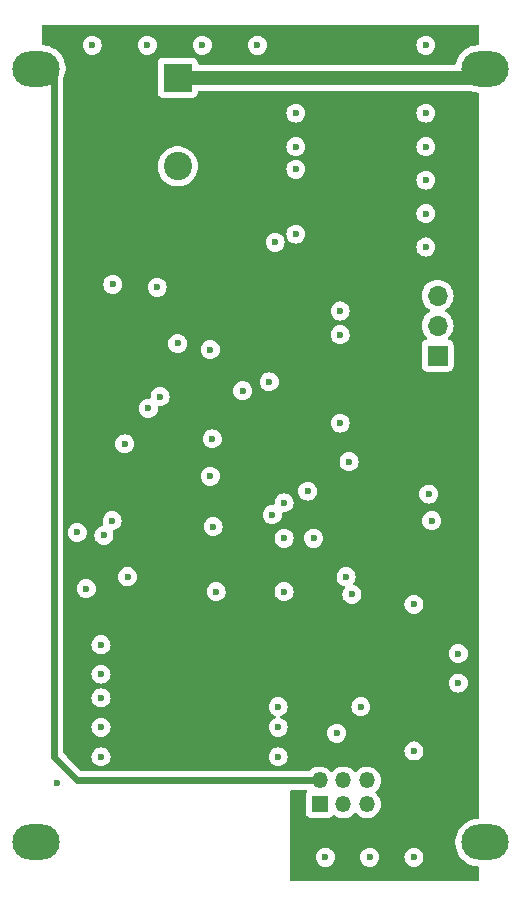
<source format=gbr>
%TF.GenerationSoftware,KiCad,Pcbnew,8.0.7*%
%TF.CreationDate,2025-01-11T16:41:09-06:00*%
%TF.ProjectId,ptSolar,7074536f-6c61-4722-9e6b-696361645f70,rev?*%
%TF.SameCoordinates,Original*%
%TF.FileFunction,Copper,L2,Inr*%
%TF.FilePolarity,Positive*%
%FSLAX46Y46*%
G04 Gerber Fmt 4.6, Leading zero omitted, Abs format (unit mm)*
G04 Created by KiCad (PCBNEW 8.0.7) date 2025-01-11 16:41:09*
%MOMM*%
%LPD*%
G01*
G04 APERTURE LIST*
%TA.AperFunction,ComponentPad*%
%ADD10O,4.000000X3.000000*%
%TD*%
%TA.AperFunction,ComponentPad*%
%ADD11R,1.350000X1.350000*%
%TD*%
%TA.AperFunction,ComponentPad*%
%ADD12O,1.350000X1.350000*%
%TD*%
%TA.AperFunction,ComponentPad*%
%ADD13R,1.700000X1.700000*%
%TD*%
%TA.AperFunction,ComponentPad*%
%ADD14O,1.700000X1.700000*%
%TD*%
%TA.AperFunction,ComponentPad*%
%ADD15R,2.400000X2.400000*%
%TD*%
%TA.AperFunction,ComponentPad*%
%ADD16C,2.400000*%
%TD*%
%TA.AperFunction,ViaPad*%
%ADD17C,0.600000*%
%TD*%
%TA.AperFunction,Conductor*%
%ADD18C,1.200000*%
%TD*%
%TA.AperFunction,Conductor*%
%ADD19C,0.600000*%
%TD*%
G04 APERTURE END LIST*
D10*
%TO.N,+BATT*%
%TO.C,J1*%
X129250000Y-72000000D03*
%TO.N,GND*%
X129250000Y-137500000D03*
%TD*%
%TO.N,+BATT*%
%TO.C,J2*%
X167250000Y-72000000D03*
%TO.N,GND*%
X167250000Y-137500000D03*
%TD*%
D11*
%TO.N,/MISO*%
%TO.C,J4*%
X153265000Y-134250000D03*
D12*
%TO.N,+BATT*%
X153265000Y-132250000D03*
%TO.N,/SCK*%
X155265000Y-134250000D03*
%TO.N,/MOSI*%
X155265000Y-132250000D03*
%TO.N,/RESET*%
X157265000Y-134250000D03*
%TO.N,GND*%
X157265000Y-132250000D03*
%TD*%
D13*
%TO.N,Net-(J3-Pin_1)*%
%TO.C,J3*%
X163250000Y-96275000D03*
D14*
%TO.N,Net-(J3-Pin_2)*%
X163250000Y-93735000D03*
%TO.N,GND*%
X163250000Y-91195000D03*
%TD*%
D15*
%TO.N,+BATT*%
%TO.C,C1*%
X141250000Y-72750000D03*
D16*
%TO.N,GND*%
X141250000Y-80250000D03*
%TD*%
D17*
%TO.N,GND*%
X144250000Y-110750000D03*
X150250000Y-108750000D03*
X148000000Y-70000000D03*
X144500000Y-116250000D03*
X133500000Y-116000000D03*
X131000000Y-132500000D03*
X151250000Y-78583334D03*
X134750000Y-130250000D03*
X162250000Y-87083332D03*
X149750000Y-126000000D03*
X156000000Y-116500000D03*
X162250000Y-84249999D03*
X156750000Y-126000000D03*
X162250000Y-70000000D03*
X135000000Y-111500000D03*
X134750000Y-127750000D03*
X135750000Y-90250000D03*
X149750000Y-127750000D03*
X161250000Y-138750000D03*
X155000000Y-94500000D03*
X143333332Y-70000000D03*
X146750000Y-99250000D03*
X157500000Y-138750000D03*
X162500000Y-108000000D03*
X134000000Y-70000000D03*
X165000000Y-124000000D03*
X151250000Y-80500000D03*
X165000000Y-121500000D03*
X134750000Y-120750000D03*
X155000000Y-102000000D03*
X134750000Y-123250000D03*
X136750000Y-103750000D03*
X134750000Y-125250000D03*
X151250000Y-86000000D03*
X162250000Y-78583333D03*
X149750000Y-130250000D03*
X162250000Y-75750000D03*
X138666666Y-70000000D03*
X151250000Y-75750001D03*
X153750000Y-138750000D03*
X162250000Y-81416666D03*
X150250000Y-116250000D03*
X144000000Y-106500000D03*
%TO.N,Net-(U2-ANTENNA)*%
X155000000Y-92500000D03*
%TO.N,/RESET*%
X155500000Y-115000000D03*
X152250000Y-107750000D03*
%TO.N,/SCK*%
X161250000Y-129750000D03*
%TO.N,/MISO*%
X154710000Y-128250000D03*
%TO.N,+3.3V*%
X135750000Y-105750000D03*
X164750000Y-134250000D03*
X135750000Y-97750000D03*
X138950000Y-119750000D03*
X147750000Y-110250000D03*
X164750000Y-104050000D03*
X156500000Y-99525000D03*
X135750000Y-86250000D03*
%TO.N,Net-(U2-MIC-IN)*%
X161250000Y-117350000D03*
%TO.N,Net-(U2-HIGH{slash}LOW)*%
X149500000Y-86681090D03*
%TO.N,Net-(U7-PC0)*%
X152750000Y-111750000D03*
X132750000Y-111250000D03*
%TO.N,Net-(U2-POWER_SAVE)*%
X141250000Y-95250000D03*
%TO.N,Net-(U3-A1)*%
X150250000Y-111750000D03*
X138750000Y-100750000D03*
%TO.N,Net-(U2-PTT)*%
X144000000Y-95767959D03*
%TO.N,Net-(U2-TX_DATA)*%
X137000000Y-115000000D03*
%TO.N,Net-(U3-A2)*%
X139750000Y-99750000D03*
X149250000Y-109750000D03*
%TO.N,Net-(U2-RX_DATA)*%
X139500000Y-90500000D03*
%TO.N,/BATT-SENSE*%
X149000000Y-98500000D03*
X155750000Y-105250000D03*
%TO.N,Net-(U7-PD3)*%
X162750000Y-110250000D03*
X144175735Y-103324265D03*
%TO.N,Net-(U2-AF-OUT)*%
X135700000Y-110250000D03*
%TD*%
D18*
%TO.N,+BATT*%
X166500000Y-72750000D02*
X167250000Y-72000000D01*
D19*
X153265000Y-132250000D02*
X132750000Y-132250000D01*
X130750000Y-130250000D02*
X130750000Y-72700000D01*
D18*
X141250000Y-72750000D02*
X166500000Y-72750000D01*
D19*
X132750000Y-132250000D02*
X130750000Y-130250000D01*
X130750000Y-72700000D02*
X130050000Y-72000000D01*
%TD*%
%TA.AperFunction,Conductor*%
%TO.N,+3.3V*%
G36*
X166692539Y-68270185D02*
G01*
X166738294Y-68322989D01*
X166749500Y-68374500D01*
X166749500Y-69875500D01*
X166729815Y-69942539D01*
X166677011Y-69988294D01*
X166625500Y-69999500D01*
X166618872Y-69999500D01*
X166387772Y-70029926D01*
X166358884Y-70033730D01*
X166105581Y-70101602D01*
X166105571Y-70101605D01*
X165863309Y-70201953D01*
X165863299Y-70201958D01*
X165636196Y-70333075D01*
X165428148Y-70492718D01*
X165242718Y-70678148D01*
X165083075Y-70886196D01*
X164951958Y-71113299D01*
X164951953Y-71113309D01*
X164851605Y-71355571D01*
X164851603Y-71355578D01*
X164797473Y-71557594D01*
X164761108Y-71617254D01*
X164698261Y-71647783D01*
X164677698Y-71649500D01*
X143074499Y-71649500D01*
X143007460Y-71629815D01*
X142961705Y-71577011D01*
X142950499Y-71525500D01*
X142950499Y-71502129D01*
X142950498Y-71502123D01*
X142950497Y-71502116D01*
X142944091Y-71442517D01*
X142911662Y-71355571D01*
X142893797Y-71307671D01*
X142893793Y-71307664D01*
X142807547Y-71192455D01*
X142807544Y-71192452D01*
X142692335Y-71106206D01*
X142692328Y-71106202D01*
X142557482Y-71055908D01*
X142557483Y-71055908D01*
X142497883Y-71049501D01*
X142497881Y-71049500D01*
X142497873Y-71049500D01*
X142497864Y-71049500D01*
X140002129Y-71049500D01*
X140002123Y-71049501D01*
X139942516Y-71055908D01*
X139807671Y-71106202D01*
X139807664Y-71106206D01*
X139692455Y-71192452D01*
X139692452Y-71192455D01*
X139606206Y-71307664D01*
X139606202Y-71307671D01*
X139555908Y-71442517D01*
X139549501Y-71502116D01*
X139549501Y-71502123D01*
X139549500Y-71502135D01*
X139549500Y-73997870D01*
X139549501Y-73997876D01*
X139555908Y-74057483D01*
X139606202Y-74192328D01*
X139606206Y-74192335D01*
X139692452Y-74307544D01*
X139692455Y-74307547D01*
X139807664Y-74393793D01*
X139807671Y-74393797D01*
X139942517Y-74444091D01*
X139942516Y-74444091D01*
X139949444Y-74444835D01*
X140002127Y-74450500D01*
X142497872Y-74450499D01*
X142557483Y-74444091D01*
X142692331Y-74393796D01*
X142807546Y-74307546D01*
X142893796Y-74192331D01*
X142944091Y-74057483D01*
X142950500Y-73997873D01*
X142950500Y-73974500D01*
X142970185Y-73907461D01*
X143022989Y-73861706D01*
X143074500Y-73850500D01*
X165965280Y-73850500D01*
X166012732Y-73859938D01*
X166105581Y-73898398D01*
X166358884Y-73966270D01*
X166618880Y-74000500D01*
X166625500Y-74000500D01*
X166692539Y-74020185D01*
X166738294Y-74072989D01*
X166749500Y-74124500D01*
X166749500Y-135375500D01*
X166729815Y-135442539D01*
X166677011Y-135488294D01*
X166625500Y-135499500D01*
X166618872Y-135499500D01*
X166387772Y-135529926D01*
X166358884Y-135533730D01*
X166105581Y-135601602D01*
X166105571Y-135601605D01*
X165863309Y-135701953D01*
X165863299Y-135701958D01*
X165636196Y-135833075D01*
X165428148Y-135992718D01*
X165242718Y-136178148D01*
X165083075Y-136386196D01*
X164951958Y-136613299D01*
X164951953Y-136613309D01*
X164851605Y-136855571D01*
X164851602Y-136855581D01*
X164783730Y-137108885D01*
X164749500Y-137368872D01*
X164749500Y-137631127D01*
X164776123Y-137833339D01*
X164783730Y-137891116D01*
X164851602Y-138144418D01*
X164851605Y-138144428D01*
X164951953Y-138386690D01*
X164951958Y-138386700D01*
X165083075Y-138613803D01*
X165242718Y-138821851D01*
X165242726Y-138821860D01*
X165428140Y-139007274D01*
X165428148Y-139007281D01*
X165636196Y-139166924D01*
X165863299Y-139298041D01*
X165863309Y-139298046D01*
X166060720Y-139379816D01*
X166105581Y-139398398D01*
X166358884Y-139466270D01*
X166618880Y-139500500D01*
X166625500Y-139500500D01*
X166692539Y-139520185D01*
X166738294Y-139572989D01*
X166749500Y-139624500D01*
X166749500Y-140625500D01*
X166729815Y-140692539D01*
X166677011Y-140738294D01*
X166625500Y-140749500D01*
X150874000Y-140749500D01*
X150806961Y-140729815D01*
X150761206Y-140677011D01*
X150750000Y-140625500D01*
X150750000Y-138749996D01*
X152944435Y-138749996D01*
X152944435Y-138750003D01*
X152964630Y-138929249D01*
X152964631Y-138929254D01*
X153024211Y-139099523D01*
X153120184Y-139252262D01*
X153247738Y-139379816D01*
X153277311Y-139398398D01*
X153385328Y-139466270D01*
X153400478Y-139475789D01*
X153570745Y-139535368D01*
X153570750Y-139535369D01*
X153749996Y-139555565D01*
X153750000Y-139555565D01*
X153750004Y-139555565D01*
X153929249Y-139535369D01*
X153929252Y-139535368D01*
X153929255Y-139535368D01*
X154099522Y-139475789D01*
X154252262Y-139379816D01*
X154379816Y-139252262D01*
X154475789Y-139099522D01*
X154535368Y-138929255D01*
X154535369Y-138929249D01*
X154555565Y-138750003D01*
X154555565Y-138749996D01*
X156694435Y-138749996D01*
X156694435Y-138750003D01*
X156714630Y-138929249D01*
X156714631Y-138929254D01*
X156774211Y-139099523D01*
X156870184Y-139252262D01*
X156997738Y-139379816D01*
X157027311Y-139398398D01*
X157135328Y-139466270D01*
X157150478Y-139475789D01*
X157320745Y-139535368D01*
X157320750Y-139535369D01*
X157499996Y-139555565D01*
X157500000Y-139555565D01*
X157500004Y-139555565D01*
X157679249Y-139535369D01*
X157679252Y-139535368D01*
X157679255Y-139535368D01*
X157849522Y-139475789D01*
X158002262Y-139379816D01*
X158129816Y-139252262D01*
X158225789Y-139099522D01*
X158285368Y-138929255D01*
X158285369Y-138929249D01*
X158305565Y-138750003D01*
X158305565Y-138749996D01*
X160444435Y-138749996D01*
X160444435Y-138750003D01*
X160464630Y-138929249D01*
X160464631Y-138929254D01*
X160524211Y-139099523D01*
X160620184Y-139252262D01*
X160747738Y-139379816D01*
X160777311Y-139398398D01*
X160885328Y-139466270D01*
X160900478Y-139475789D01*
X161070745Y-139535368D01*
X161070750Y-139535369D01*
X161249996Y-139555565D01*
X161250000Y-139555565D01*
X161250004Y-139555565D01*
X161429249Y-139535369D01*
X161429252Y-139535368D01*
X161429255Y-139535368D01*
X161599522Y-139475789D01*
X161752262Y-139379816D01*
X161879816Y-139252262D01*
X161975789Y-139099522D01*
X162035368Y-138929255D01*
X162035369Y-138929249D01*
X162055565Y-138750003D01*
X162055565Y-138749996D01*
X162035369Y-138570750D01*
X162035368Y-138570745D01*
X161975788Y-138400476D01*
X161879815Y-138247737D01*
X161752262Y-138120184D01*
X161599523Y-138024211D01*
X161429254Y-137964631D01*
X161429249Y-137964630D01*
X161250004Y-137944435D01*
X161249996Y-137944435D01*
X161070750Y-137964630D01*
X161070745Y-137964631D01*
X160900476Y-138024211D01*
X160747737Y-138120184D01*
X160620184Y-138247737D01*
X160524211Y-138400476D01*
X160464631Y-138570745D01*
X160464630Y-138570750D01*
X160444435Y-138749996D01*
X158305565Y-138749996D01*
X158285369Y-138570750D01*
X158285368Y-138570745D01*
X158225788Y-138400476D01*
X158129815Y-138247737D01*
X158002262Y-138120184D01*
X157849523Y-138024211D01*
X157679254Y-137964631D01*
X157679249Y-137964630D01*
X157500004Y-137944435D01*
X157499996Y-137944435D01*
X157320750Y-137964630D01*
X157320745Y-137964631D01*
X157150476Y-138024211D01*
X156997737Y-138120184D01*
X156870184Y-138247737D01*
X156774211Y-138400476D01*
X156714631Y-138570745D01*
X156714630Y-138570750D01*
X156694435Y-138749996D01*
X154555565Y-138749996D01*
X154535369Y-138570750D01*
X154535368Y-138570745D01*
X154475788Y-138400476D01*
X154379815Y-138247737D01*
X154252262Y-138120184D01*
X154099523Y-138024211D01*
X153929254Y-137964631D01*
X153929249Y-137964630D01*
X153750004Y-137944435D01*
X153749996Y-137944435D01*
X153570750Y-137964630D01*
X153570745Y-137964631D01*
X153400476Y-138024211D01*
X153247737Y-138120184D01*
X153120184Y-138247737D01*
X153024211Y-138400476D01*
X152964631Y-138570745D01*
X152964630Y-138570750D01*
X152944435Y-138749996D01*
X150750000Y-138749996D01*
X150750000Y-133174500D01*
X150769685Y-133107461D01*
X150822489Y-133061706D01*
X150874000Y-133050500D01*
X152109714Y-133050500D01*
X152176753Y-133070185D01*
X152222508Y-133122989D01*
X152232452Y-133192147D01*
X152208980Y-133248810D01*
X152181614Y-133285368D01*
X152146204Y-133332668D01*
X152146202Y-133332671D01*
X152095908Y-133467517D01*
X152089501Y-133527116D01*
X152089500Y-133527135D01*
X152089500Y-134972870D01*
X152089501Y-134972876D01*
X152095908Y-135032483D01*
X152146202Y-135167328D01*
X152146206Y-135167335D01*
X152232452Y-135282544D01*
X152232455Y-135282547D01*
X152347664Y-135368793D01*
X152347671Y-135368797D01*
X152482517Y-135419091D01*
X152482516Y-135419091D01*
X152489444Y-135419835D01*
X152542127Y-135425500D01*
X153987872Y-135425499D01*
X154047483Y-135419091D01*
X154182331Y-135368796D01*
X154297546Y-135282546D01*
X154359785Y-135199404D01*
X154415718Y-135157535D01*
X154485410Y-135152551D01*
X154542588Y-135182078D01*
X154553568Y-135192088D01*
X154553570Y-135192089D01*
X154553571Y-135192090D01*
X154738786Y-135306770D01*
X154738792Y-135306773D01*
X154761664Y-135315633D01*
X154941931Y-135385470D01*
X155156074Y-135425500D01*
X155156076Y-135425500D01*
X155373924Y-135425500D01*
X155373926Y-135425500D01*
X155588069Y-135385470D01*
X155791210Y-135306772D01*
X155976432Y-135192088D01*
X156137427Y-135045322D01*
X156166047Y-135007422D01*
X156222153Y-134965787D01*
X156291865Y-134961094D01*
X156353048Y-134994836D01*
X156363946Y-135007414D01*
X156392573Y-135045322D01*
X156553568Y-135192088D01*
X156553575Y-135192092D01*
X156553576Y-135192093D01*
X156738786Y-135306770D01*
X156738792Y-135306773D01*
X156761664Y-135315633D01*
X156941931Y-135385470D01*
X157156074Y-135425500D01*
X157156076Y-135425500D01*
X157373924Y-135425500D01*
X157373926Y-135425500D01*
X157588069Y-135385470D01*
X157791210Y-135306772D01*
X157976432Y-135192088D01*
X158137427Y-135045322D01*
X158268712Y-134871472D01*
X158365817Y-134676459D01*
X158425435Y-134466923D01*
X158445536Y-134250000D01*
X158425435Y-134033077D01*
X158365817Y-133823541D01*
X158268712Y-133628528D01*
X158137427Y-133454678D01*
X158013423Y-133341634D01*
X157977145Y-133281927D01*
X157978905Y-133212079D01*
X158013423Y-133158365D01*
X158137427Y-133045322D01*
X158268712Y-132871472D01*
X158365817Y-132676459D01*
X158425435Y-132466923D01*
X158445536Y-132250000D01*
X158425435Y-132033077D01*
X158365817Y-131823541D01*
X158268712Y-131628528D01*
X158137427Y-131454678D01*
X158096246Y-131417137D01*
X157976433Y-131307913D01*
X157976423Y-131307906D01*
X157791213Y-131193229D01*
X157791207Y-131193226D01*
X157706113Y-131160260D01*
X157588069Y-131114530D01*
X157373926Y-131074500D01*
X157156074Y-131074500D01*
X156941931Y-131114530D01*
X156893130Y-131133435D01*
X156738792Y-131193226D01*
X156738786Y-131193229D01*
X156553576Y-131307906D01*
X156553566Y-131307913D01*
X156392573Y-131454676D01*
X156363953Y-131492576D01*
X156307844Y-131534211D01*
X156238132Y-131538902D01*
X156176950Y-131505159D01*
X156166047Y-131492576D01*
X156137426Y-131454676D01*
X155976433Y-131307913D01*
X155976423Y-131307906D01*
X155791213Y-131193229D01*
X155791207Y-131193226D01*
X155706113Y-131160260D01*
X155588069Y-131114530D01*
X155373926Y-131074500D01*
X155156074Y-131074500D01*
X154941931Y-131114530D01*
X154893130Y-131133435D01*
X154738792Y-131193226D01*
X154738786Y-131193229D01*
X154553576Y-131307906D01*
X154553566Y-131307913D01*
X154392573Y-131454676D01*
X154363953Y-131492576D01*
X154307844Y-131534211D01*
X154238132Y-131538902D01*
X154176950Y-131505159D01*
X154166047Y-131492576D01*
X154137426Y-131454676D01*
X153976433Y-131307913D01*
X153976423Y-131307906D01*
X153791213Y-131193229D01*
X153791207Y-131193226D01*
X153706113Y-131160260D01*
X153588069Y-131114530D01*
X153373926Y-131074500D01*
X153156074Y-131074500D01*
X152941931Y-131114530D01*
X152893130Y-131133435D01*
X152738792Y-131193226D01*
X152738786Y-131193229D01*
X152553576Y-131307906D01*
X152553569Y-131307911D01*
X152553568Y-131307912D01*
X152438094Y-131413181D01*
X152433754Y-131417137D01*
X152370950Y-131447754D01*
X152350216Y-131449500D01*
X133132940Y-131449500D01*
X133065901Y-131429815D01*
X133045259Y-131413181D01*
X131882074Y-130249996D01*
X133944435Y-130249996D01*
X133944435Y-130250003D01*
X133964630Y-130429249D01*
X133964631Y-130429254D01*
X134024211Y-130599523D01*
X134120184Y-130752262D01*
X134247738Y-130879816D01*
X134400478Y-130975789D01*
X134570745Y-131035368D01*
X134570750Y-131035369D01*
X134749996Y-131055565D01*
X134750000Y-131055565D01*
X134750004Y-131055565D01*
X134929249Y-131035369D01*
X134929252Y-131035368D01*
X134929255Y-131035368D01*
X135099522Y-130975789D01*
X135252262Y-130879816D01*
X135379816Y-130752262D01*
X135475789Y-130599522D01*
X135535368Y-130429255D01*
X135535369Y-130429249D01*
X135555565Y-130250003D01*
X135555565Y-130249996D01*
X148944435Y-130249996D01*
X148944435Y-130250003D01*
X148964630Y-130429249D01*
X148964631Y-130429254D01*
X149024211Y-130599523D01*
X149120184Y-130752262D01*
X149247738Y-130879816D01*
X149400478Y-130975789D01*
X149570745Y-131035368D01*
X149570750Y-131035369D01*
X149749996Y-131055565D01*
X149750000Y-131055565D01*
X149750004Y-131055565D01*
X149929249Y-131035369D01*
X149929252Y-131035368D01*
X149929255Y-131035368D01*
X150099522Y-130975789D01*
X150252262Y-130879816D01*
X150379816Y-130752262D01*
X150475789Y-130599522D01*
X150535368Y-130429255D01*
X150535369Y-130429249D01*
X150555565Y-130250003D01*
X150555565Y-130249996D01*
X150535369Y-130070750D01*
X150535368Y-130070745D01*
X150494776Y-129954741D01*
X150475789Y-129900478D01*
X150381235Y-129749996D01*
X160444435Y-129749996D01*
X160444435Y-129750003D01*
X160464630Y-129929249D01*
X160464631Y-129929254D01*
X160524211Y-130099523D01*
X160569223Y-130171158D01*
X160620184Y-130252262D01*
X160747738Y-130379816D01*
X160900478Y-130475789D01*
X161070745Y-130535368D01*
X161070750Y-130535369D01*
X161249996Y-130555565D01*
X161250000Y-130555565D01*
X161250004Y-130555565D01*
X161429249Y-130535369D01*
X161429252Y-130535368D01*
X161429255Y-130535368D01*
X161599522Y-130475789D01*
X161752262Y-130379816D01*
X161879816Y-130252262D01*
X161975789Y-130099522D01*
X162035368Y-129929255D01*
X162036589Y-129918422D01*
X162055565Y-129750003D01*
X162055565Y-129749996D01*
X162035369Y-129570750D01*
X162035368Y-129570745D01*
X161975788Y-129400476D01*
X161879815Y-129247737D01*
X161752262Y-129120184D01*
X161599523Y-129024211D01*
X161429254Y-128964631D01*
X161429249Y-128964630D01*
X161250004Y-128944435D01*
X161249996Y-128944435D01*
X161070750Y-128964630D01*
X161070745Y-128964631D01*
X160900476Y-129024211D01*
X160747737Y-129120184D01*
X160620184Y-129247737D01*
X160524211Y-129400476D01*
X160464631Y-129570745D01*
X160464630Y-129570750D01*
X160444435Y-129749996D01*
X150381235Y-129749996D01*
X150379816Y-129747738D01*
X150252262Y-129620184D01*
X150099523Y-129524211D01*
X149929254Y-129464631D01*
X149929249Y-129464630D01*
X149750004Y-129444435D01*
X149749996Y-129444435D01*
X149570750Y-129464630D01*
X149570745Y-129464631D01*
X149400476Y-129524211D01*
X149247737Y-129620184D01*
X149120184Y-129747737D01*
X149024211Y-129900476D01*
X148964631Y-130070745D01*
X148964630Y-130070750D01*
X148944435Y-130249996D01*
X135555565Y-130249996D01*
X135535369Y-130070750D01*
X135535368Y-130070745D01*
X135494776Y-129954741D01*
X135475789Y-129900478D01*
X135379816Y-129747738D01*
X135252262Y-129620184D01*
X135099523Y-129524211D01*
X134929254Y-129464631D01*
X134929249Y-129464630D01*
X134750004Y-129444435D01*
X134749996Y-129444435D01*
X134570750Y-129464630D01*
X134570745Y-129464631D01*
X134400476Y-129524211D01*
X134247737Y-129620184D01*
X134120184Y-129747737D01*
X134024211Y-129900476D01*
X133964631Y-130070745D01*
X133964630Y-130070750D01*
X133944435Y-130249996D01*
X131882074Y-130249996D01*
X131586819Y-129954741D01*
X131553334Y-129893418D01*
X131550500Y-129867060D01*
X131550500Y-127749996D01*
X133944435Y-127749996D01*
X133944435Y-127750003D01*
X133964630Y-127929249D01*
X133964631Y-127929254D01*
X134024211Y-128099523D01*
X134118760Y-128249996D01*
X134120184Y-128252262D01*
X134247738Y-128379816D01*
X134400478Y-128475789D01*
X134570745Y-128535368D01*
X134570750Y-128535369D01*
X134749996Y-128555565D01*
X134750000Y-128555565D01*
X134750004Y-128555565D01*
X134929249Y-128535369D01*
X134929252Y-128535368D01*
X134929255Y-128535368D01*
X135099522Y-128475789D01*
X135252262Y-128379816D01*
X135379816Y-128252262D01*
X135475789Y-128099522D01*
X135535368Y-127929255D01*
X135535369Y-127929249D01*
X135555565Y-127750003D01*
X135555565Y-127749996D01*
X135535369Y-127570750D01*
X135535368Y-127570745D01*
X135475788Y-127400476D01*
X135379815Y-127247737D01*
X135252262Y-127120184D01*
X135099523Y-127024211D01*
X134929254Y-126964631D01*
X134929249Y-126964630D01*
X134750004Y-126944435D01*
X134749996Y-126944435D01*
X134570750Y-126964630D01*
X134570745Y-126964631D01*
X134400476Y-127024211D01*
X134247737Y-127120184D01*
X134120184Y-127247737D01*
X134024211Y-127400476D01*
X133964631Y-127570745D01*
X133964630Y-127570750D01*
X133944435Y-127749996D01*
X131550500Y-127749996D01*
X131550500Y-125249996D01*
X133944435Y-125249996D01*
X133944435Y-125250003D01*
X133964630Y-125429249D01*
X133964631Y-125429254D01*
X134024211Y-125599523D01*
X134120184Y-125752262D01*
X134247738Y-125879816D01*
X134400478Y-125975789D01*
X134469678Y-126000003D01*
X134570745Y-126035368D01*
X134570750Y-126035369D01*
X134749996Y-126055565D01*
X134750000Y-126055565D01*
X134750004Y-126055565D01*
X134929249Y-126035369D01*
X134929252Y-126035368D01*
X134929255Y-126035368D01*
X135030342Y-125999996D01*
X148944435Y-125999996D01*
X148944435Y-126000003D01*
X148964630Y-126179249D01*
X148964631Y-126179254D01*
X149024211Y-126349523D01*
X149120184Y-126502262D01*
X149247738Y-126629816D01*
X149400478Y-126725789D01*
X149400480Y-126725790D01*
X149492411Y-126757959D01*
X149549187Y-126798680D01*
X149574934Y-126863633D01*
X149561478Y-126932195D01*
X149513090Y-126982597D01*
X149492411Y-126992041D01*
X149400480Y-127024209D01*
X149247737Y-127120184D01*
X149120184Y-127247737D01*
X149024211Y-127400476D01*
X148964631Y-127570745D01*
X148964630Y-127570750D01*
X148944435Y-127749996D01*
X148944435Y-127750003D01*
X148964630Y-127929249D01*
X148964631Y-127929254D01*
X149024211Y-128099523D01*
X149118760Y-128249996D01*
X149120184Y-128252262D01*
X149247738Y-128379816D01*
X149400478Y-128475789D01*
X149570745Y-128535368D01*
X149570750Y-128535369D01*
X149749996Y-128555565D01*
X149750000Y-128555565D01*
X149750004Y-128555565D01*
X149929249Y-128535369D01*
X149929252Y-128535368D01*
X149929255Y-128535368D01*
X150099522Y-128475789D01*
X150252262Y-128379816D01*
X150379816Y-128252262D01*
X150381240Y-128249996D01*
X153904435Y-128249996D01*
X153904435Y-128250003D01*
X153924630Y-128429249D01*
X153924631Y-128429254D01*
X153984211Y-128599523D01*
X154080184Y-128752262D01*
X154207738Y-128879816D01*
X154298080Y-128936582D01*
X154342721Y-128964632D01*
X154360478Y-128975789D01*
X154498860Y-129024211D01*
X154530745Y-129035368D01*
X154530750Y-129035369D01*
X154709996Y-129055565D01*
X154710000Y-129055565D01*
X154710004Y-129055565D01*
X154889249Y-129035369D01*
X154889252Y-129035368D01*
X154889255Y-129035368D01*
X155059522Y-128975789D01*
X155212262Y-128879816D01*
X155339816Y-128752262D01*
X155435789Y-128599522D01*
X155495368Y-128429255D01*
X155495369Y-128429249D01*
X155515565Y-128250003D01*
X155515565Y-128249996D01*
X155495369Y-128070750D01*
X155495368Y-128070745D01*
X155435789Y-127900478D01*
X155339816Y-127747738D01*
X155212262Y-127620184D01*
X155059523Y-127524211D01*
X154889254Y-127464631D01*
X154889249Y-127464630D01*
X154710004Y-127444435D01*
X154709996Y-127444435D01*
X154530750Y-127464630D01*
X154530745Y-127464631D01*
X154360476Y-127524211D01*
X154207737Y-127620184D01*
X154080184Y-127747737D01*
X153984211Y-127900476D01*
X153924631Y-128070745D01*
X153924630Y-128070750D01*
X153904435Y-128249996D01*
X150381240Y-128249996D01*
X150475789Y-128099522D01*
X150535368Y-127929255D01*
X150535369Y-127929249D01*
X150555565Y-127750003D01*
X150555565Y-127749996D01*
X150535369Y-127570750D01*
X150535368Y-127570745D01*
X150475788Y-127400476D01*
X150379815Y-127247737D01*
X150252262Y-127120184D01*
X150099523Y-127024211D01*
X150007588Y-126992042D01*
X149950812Y-126951320D01*
X149925065Y-126886367D01*
X149938521Y-126817806D01*
X149986908Y-126767403D01*
X150007588Y-126757958D01*
X150099522Y-126725789D01*
X150252262Y-126629816D01*
X150379816Y-126502262D01*
X150475789Y-126349522D01*
X150535368Y-126179255D01*
X150535369Y-126179249D01*
X150555565Y-126000003D01*
X150555565Y-125999996D01*
X155944435Y-125999996D01*
X155944435Y-126000003D01*
X155964630Y-126179249D01*
X155964631Y-126179254D01*
X156024211Y-126349523D01*
X156120184Y-126502262D01*
X156247738Y-126629816D01*
X156400478Y-126725789D01*
X156492412Y-126757958D01*
X156570745Y-126785368D01*
X156570750Y-126785369D01*
X156749996Y-126805565D01*
X156750000Y-126805565D01*
X156750004Y-126805565D01*
X156929249Y-126785369D01*
X156929252Y-126785368D01*
X156929255Y-126785368D01*
X157099522Y-126725789D01*
X157252262Y-126629816D01*
X157379816Y-126502262D01*
X157475789Y-126349522D01*
X157535368Y-126179255D01*
X157535369Y-126179249D01*
X157555565Y-126000003D01*
X157555565Y-125999996D01*
X157535369Y-125820750D01*
X157535368Y-125820745D01*
X157475788Y-125650476D01*
X157379815Y-125497737D01*
X157252262Y-125370184D01*
X157099523Y-125274211D01*
X156929254Y-125214631D01*
X156929249Y-125214630D01*
X156750004Y-125194435D01*
X156749996Y-125194435D01*
X156570750Y-125214630D01*
X156570745Y-125214631D01*
X156400476Y-125274211D01*
X156247737Y-125370184D01*
X156120184Y-125497737D01*
X156024211Y-125650476D01*
X155964631Y-125820745D01*
X155964630Y-125820750D01*
X155944435Y-125999996D01*
X150555565Y-125999996D01*
X150535369Y-125820750D01*
X150535368Y-125820745D01*
X150475788Y-125650476D01*
X150379815Y-125497737D01*
X150252262Y-125370184D01*
X150099523Y-125274211D01*
X149929254Y-125214631D01*
X149929249Y-125214630D01*
X149750004Y-125194435D01*
X149749996Y-125194435D01*
X149570750Y-125214630D01*
X149570745Y-125214631D01*
X149400476Y-125274211D01*
X149247737Y-125370184D01*
X149120184Y-125497737D01*
X149024211Y-125650476D01*
X148964631Y-125820745D01*
X148964630Y-125820750D01*
X148944435Y-125999996D01*
X135030342Y-125999996D01*
X135099522Y-125975789D01*
X135252262Y-125879816D01*
X135379816Y-125752262D01*
X135475789Y-125599522D01*
X135535368Y-125429255D01*
X135555565Y-125250000D01*
X135549304Y-125194435D01*
X135535369Y-125070750D01*
X135535368Y-125070745D01*
X135475788Y-124900476D01*
X135403461Y-124785369D01*
X135379816Y-124747738D01*
X135252262Y-124620184D01*
X135099523Y-124524211D01*
X134929254Y-124464631D01*
X134929249Y-124464630D01*
X134750004Y-124444435D01*
X134749996Y-124444435D01*
X134570750Y-124464630D01*
X134570745Y-124464631D01*
X134400476Y-124524211D01*
X134247737Y-124620184D01*
X134120184Y-124747737D01*
X134024211Y-124900476D01*
X133964631Y-125070745D01*
X133964630Y-125070750D01*
X133944435Y-125249996D01*
X131550500Y-125249996D01*
X131550500Y-123249996D01*
X133944435Y-123249996D01*
X133944435Y-123250003D01*
X133964630Y-123429249D01*
X133964631Y-123429254D01*
X134024211Y-123599523D01*
X134120184Y-123752262D01*
X134247738Y-123879816D01*
X134400478Y-123975789D01*
X134469678Y-124000003D01*
X134570745Y-124035368D01*
X134570750Y-124035369D01*
X134749996Y-124055565D01*
X134750000Y-124055565D01*
X134750004Y-124055565D01*
X134929249Y-124035369D01*
X134929252Y-124035368D01*
X134929255Y-124035368D01*
X135030342Y-123999996D01*
X164194435Y-123999996D01*
X164194435Y-124000003D01*
X164214630Y-124179249D01*
X164214631Y-124179254D01*
X164274211Y-124349523D01*
X164333849Y-124444435D01*
X164370184Y-124502262D01*
X164497738Y-124629816D01*
X164650478Y-124725789D01*
X164713202Y-124747737D01*
X164820745Y-124785368D01*
X164820750Y-124785369D01*
X164999996Y-124805565D01*
X165000000Y-124805565D01*
X165000004Y-124805565D01*
X165179249Y-124785369D01*
X165179252Y-124785368D01*
X165179255Y-124785368D01*
X165349522Y-124725789D01*
X165502262Y-124629816D01*
X165629816Y-124502262D01*
X165725789Y-124349522D01*
X165785368Y-124179255D01*
X165785369Y-124179249D01*
X165805565Y-124000003D01*
X165805565Y-123999996D01*
X165785369Y-123820750D01*
X165785368Y-123820745D01*
X165725788Y-123650476D01*
X165629815Y-123497737D01*
X165502262Y-123370184D01*
X165349523Y-123274211D01*
X165179254Y-123214631D01*
X165179249Y-123214630D01*
X165000004Y-123194435D01*
X164999996Y-123194435D01*
X164820750Y-123214630D01*
X164820745Y-123214631D01*
X164650476Y-123274211D01*
X164497737Y-123370184D01*
X164370184Y-123497737D01*
X164274211Y-123650476D01*
X164214631Y-123820745D01*
X164214630Y-123820750D01*
X164194435Y-123999996D01*
X135030342Y-123999996D01*
X135099522Y-123975789D01*
X135252262Y-123879816D01*
X135379816Y-123752262D01*
X135475789Y-123599522D01*
X135535368Y-123429255D01*
X135555565Y-123250000D01*
X135549304Y-123194435D01*
X135535369Y-123070750D01*
X135535368Y-123070745D01*
X135475788Y-122900476D01*
X135379815Y-122747737D01*
X135252262Y-122620184D01*
X135099523Y-122524211D01*
X134929254Y-122464631D01*
X134929249Y-122464630D01*
X134750004Y-122444435D01*
X134749996Y-122444435D01*
X134570750Y-122464630D01*
X134570745Y-122464631D01*
X134400476Y-122524211D01*
X134247737Y-122620184D01*
X134120184Y-122747737D01*
X134024211Y-122900476D01*
X133964631Y-123070745D01*
X133964630Y-123070750D01*
X133944435Y-123249996D01*
X131550500Y-123249996D01*
X131550500Y-120749996D01*
X133944435Y-120749996D01*
X133944435Y-120750003D01*
X133964630Y-120929249D01*
X133964631Y-120929254D01*
X134024211Y-121099523D01*
X134120184Y-121252262D01*
X134247738Y-121379816D01*
X134400478Y-121475789D01*
X134469678Y-121500003D01*
X134570745Y-121535368D01*
X134570750Y-121535369D01*
X134749996Y-121555565D01*
X134750000Y-121555565D01*
X134750004Y-121555565D01*
X134929249Y-121535369D01*
X134929252Y-121535368D01*
X134929255Y-121535368D01*
X135030342Y-121499996D01*
X164194435Y-121499996D01*
X164194435Y-121500003D01*
X164214630Y-121679249D01*
X164214631Y-121679254D01*
X164274211Y-121849523D01*
X164370184Y-122002262D01*
X164497738Y-122129816D01*
X164650478Y-122225789D01*
X164820745Y-122285368D01*
X164820750Y-122285369D01*
X164999996Y-122305565D01*
X165000000Y-122305565D01*
X165000004Y-122305565D01*
X165179249Y-122285369D01*
X165179252Y-122285368D01*
X165179255Y-122285368D01*
X165349522Y-122225789D01*
X165502262Y-122129816D01*
X165629816Y-122002262D01*
X165725789Y-121849522D01*
X165785368Y-121679255D01*
X165785369Y-121679249D01*
X165805565Y-121500003D01*
X165805565Y-121499996D01*
X165785369Y-121320750D01*
X165785368Y-121320745D01*
X165725788Y-121150476D01*
X165629815Y-120997737D01*
X165502262Y-120870184D01*
X165349523Y-120774211D01*
X165179254Y-120714631D01*
X165179249Y-120714630D01*
X165000004Y-120694435D01*
X164999996Y-120694435D01*
X164820750Y-120714630D01*
X164820745Y-120714631D01*
X164650476Y-120774211D01*
X164497737Y-120870184D01*
X164370184Y-120997737D01*
X164274211Y-121150476D01*
X164214631Y-121320745D01*
X164214630Y-121320750D01*
X164194435Y-121499996D01*
X135030342Y-121499996D01*
X135099522Y-121475789D01*
X135252262Y-121379816D01*
X135379816Y-121252262D01*
X135475789Y-121099522D01*
X135535368Y-120929255D01*
X135555565Y-120750000D01*
X135549304Y-120694435D01*
X135535369Y-120570750D01*
X135535368Y-120570745D01*
X135475788Y-120400476D01*
X135379815Y-120247737D01*
X135252262Y-120120184D01*
X135099523Y-120024211D01*
X134929254Y-119964631D01*
X134929249Y-119964630D01*
X134750004Y-119944435D01*
X134749996Y-119944435D01*
X134570750Y-119964630D01*
X134570745Y-119964631D01*
X134400476Y-120024211D01*
X134247737Y-120120184D01*
X134120184Y-120247737D01*
X134024211Y-120400476D01*
X133964631Y-120570745D01*
X133964630Y-120570750D01*
X133944435Y-120749996D01*
X131550500Y-120749996D01*
X131550500Y-117349996D01*
X160444435Y-117349996D01*
X160444435Y-117350003D01*
X160464630Y-117529249D01*
X160464631Y-117529254D01*
X160524211Y-117699523D01*
X160620184Y-117852262D01*
X160747738Y-117979816D01*
X160900478Y-118075789D01*
X161070745Y-118135368D01*
X161070750Y-118135369D01*
X161249996Y-118155565D01*
X161250000Y-118155565D01*
X161250004Y-118155565D01*
X161429249Y-118135369D01*
X161429252Y-118135368D01*
X161429255Y-118135368D01*
X161599522Y-118075789D01*
X161752262Y-117979816D01*
X161879816Y-117852262D01*
X161975789Y-117699522D01*
X162035368Y-117529255D01*
X162055565Y-117350000D01*
X162050558Y-117305565D01*
X162035369Y-117170750D01*
X162035368Y-117170745D01*
X161987998Y-117035369D01*
X161975789Y-117000478D01*
X161879816Y-116847738D01*
X161752262Y-116720184D01*
X161687124Y-116679255D01*
X161599523Y-116624211D01*
X161429254Y-116564631D01*
X161429249Y-116564630D01*
X161250004Y-116544435D01*
X161249996Y-116544435D01*
X161070750Y-116564630D01*
X161070745Y-116564631D01*
X160900476Y-116624211D01*
X160747737Y-116720184D01*
X160620184Y-116847737D01*
X160524211Y-117000476D01*
X160464631Y-117170745D01*
X160464630Y-117170750D01*
X160444435Y-117349996D01*
X131550500Y-117349996D01*
X131550500Y-115999996D01*
X132694435Y-115999996D01*
X132694435Y-116000003D01*
X132714630Y-116179249D01*
X132714631Y-116179254D01*
X132774211Y-116349523D01*
X132868760Y-116499996D01*
X132870184Y-116502262D01*
X132997738Y-116629816D01*
X133076410Y-116679249D01*
X133141557Y-116720184D01*
X133150478Y-116725789D01*
X133320745Y-116785368D01*
X133320750Y-116785369D01*
X133499996Y-116805565D01*
X133500000Y-116805565D01*
X133500004Y-116805565D01*
X133679249Y-116785369D01*
X133679252Y-116785368D01*
X133679255Y-116785368D01*
X133849522Y-116725789D01*
X134002262Y-116629816D01*
X134129816Y-116502262D01*
X134225789Y-116349522D01*
X134260615Y-116249996D01*
X143694435Y-116249996D01*
X143694435Y-116250003D01*
X143714630Y-116429249D01*
X143714631Y-116429254D01*
X143774211Y-116599523D01*
X143850028Y-116720184D01*
X143870184Y-116752262D01*
X143997738Y-116879816D01*
X144150478Y-116975789D01*
X144320745Y-117035368D01*
X144320750Y-117035369D01*
X144499996Y-117055565D01*
X144500000Y-117055565D01*
X144500004Y-117055565D01*
X144679249Y-117035369D01*
X144679252Y-117035368D01*
X144679255Y-117035368D01*
X144849522Y-116975789D01*
X145002262Y-116879816D01*
X145129816Y-116752262D01*
X145225789Y-116599522D01*
X145285368Y-116429255D01*
X145294352Y-116349522D01*
X145305565Y-116250003D01*
X145305565Y-116249996D01*
X149444435Y-116249996D01*
X149444435Y-116250003D01*
X149464630Y-116429249D01*
X149464631Y-116429254D01*
X149524211Y-116599523D01*
X149600028Y-116720184D01*
X149620184Y-116752262D01*
X149747738Y-116879816D01*
X149900478Y-116975789D01*
X150070745Y-117035368D01*
X150070750Y-117035369D01*
X150249996Y-117055565D01*
X150250000Y-117055565D01*
X150250004Y-117055565D01*
X150429249Y-117035369D01*
X150429252Y-117035368D01*
X150429255Y-117035368D01*
X150599522Y-116975789D01*
X150752262Y-116879816D01*
X150879816Y-116752262D01*
X150975789Y-116599522D01*
X151035368Y-116429255D01*
X151044352Y-116349522D01*
X151055565Y-116250003D01*
X151055565Y-116249996D01*
X151035369Y-116070750D01*
X151035368Y-116070745D01*
X151008046Y-115992663D01*
X150975789Y-115900478D01*
X150879816Y-115747738D01*
X150752262Y-115620184D01*
X150752092Y-115620077D01*
X150599523Y-115524211D01*
X150429254Y-115464631D01*
X150429249Y-115464630D01*
X150250004Y-115444435D01*
X150249996Y-115444435D01*
X150070750Y-115464630D01*
X150070745Y-115464631D01*
X149900476Y-115524211D01*
X149747737Y-115620184D01*
X149620184Y-115747737D01*
X149524211Y-115900476D01*
X149464631Y-116070745D01*
X149464630Y-116070750D01*
X149444435Y-116249996D01*
X145305565Y-116249996D01*
X145285369Y-116070750D01*
X145285368Y-116070745D01*
X145258046Y-115992663D01*
X145225789Y-115900478D01*
X145129816Y-115747738D01*
X145002262Y-115620184D01*
X145002092Y-115620077D01*
X144849523Y-115524211D01*
X144679254Y-115464631D01*
X144679249Y-115464630D01*
X144500004Y-115444435D01*
X144499996Y-115444435D01*
X144320750Y-115464630D01*
X144320745Y-115464631D01*
X144150476Y-115524211D01*
X143997737Y-115620184D01*
X143870184Y-115747737D01*
X143774211Y-115900476D01*
X143714631Y-116070745D01*
X143714630Y-116070750D01*
X143694435Y-116249996D01*
X134260615Y-116249996D01*
X134285368Y-116179255D01*
X134285369Y-116179249D01*
X134305565Y-116000003D01*
X134305565Y-115999996D01*
X134285369Y-115820750D01*
X134285368Y-115820745D01*
X134248237Y-115714632D01*
X134225789Y-115650478D01*
X134129816Y-115497738D01*
X134002262Y-115370184D01*
X133969379Y-115349522D01*
X133849523Y-115274211D01*
X133679254Y-115214631D01*
X133679249Y-115214630D01*
X133500004Y-115194435D01*
X133499996Y-115194435D01*
X133320750Y-115214630D01*
X133320745Y-115214631D01*
X133150476Y-115274211D01*
X132997737Y-115370184D01*
X132870184Y-115497737D01*
X132774211Y-115650476D01*
X132714631Y-115820745D01*
X132714630Y-115820750D01*
X132694435Y-115999996D01*
X131550500Y-115999996D01*
X131550500Y-114999996D01*
X136194435Y-114999996D01*
X136194435Y-115000003D01*
X136214630Y-115179249D01*
X136214631Y-115179254D01*
X136274211Y-115349523D01*
X136333849Y-115444435D01*
X136370184Y-115502262D01*
X136497738Y-115629816D01*
X136580397Y-115681754D01*
X136632721Y-115714632D01*
X136650478Y-115725789D01*
X136713202Y-115747737D01*
X136820745Y-115785368D01*
X136820750Y-115785369D01*
X136999996Y-115805565D01*
X137000000Y-115805565D01*
X137000004Y-115805565D01*
X137179249Y-115785369D01*
X137179252Y-115785368D01*
X137179255Y-115785368D01*
X137349522Y-115725789D01*
X137502262Y-115629816D01*
X137629816Y-115502262D01*
X137725789Y-115349522D01*
X137785368Y-115179255D01*
X137805565Y-115000000D01*
X137805565Y-114999996D01*
X154694435Y-114999996D01*
X154694435Y-115000003D01*
X154714630Y-115179249D01*
X154714631Y-115179254D01*
X154774211Y-115349523D01*
X154833849Y-115444435D01*
X154870184Y-115502262D01*
X154997738Y-115629816D01*
X155080397Y-115681754D01*
X155132721Y-115714632D01*
X155150478Y-115725789D01*
X155213202Y-115747737D01*
X155327318Y-115787668D01*
X155326373Y-115790367D01*
X155376132Y-115818192D01*
X155408998Y-115879848D01*
X155403313Y-115949486D01*
X155375259Y-115992663D01*
X155370183Y-115997738D01*
X155274211Y-116150476D01*
X155214631Y-116320745D01*
X155214630Y-116320750D01*
X155194435Y-116499996D01*
X155194435Y-116500003D01*
X155214630Y-116679249D01*
X155214631Y-116679254D01*
X155274211Y-116849523D01*
X155353549Y-116975788D01*
X155370184Y-117002262D01*
X155497738Y-117129816D01*
X155650478Y-117225789D01*
X155820745Y-117285368D01*
X155820750Y-117285369D01*
X155999996Y-117305565D01*
X156000000Y-117305565D01*
X156000004Y-117305565D01*
X156179249Y-117285369D01*
X156179252Y-117285368D01*
X156179255Y-117285368D01*
X156349522Y-117225789D01*
X156502262Y-117129816D01*
X156629816Y-117002262D01*
X156725789Y-116849522D01*
X156785368Y-116679255D01*
X156785369Y-116679249D01*
X156805565Y-116500003D01*
X156805565Y-116499996D01*
X156785369Y-116320750D01*
X156785368Y-116320745D01*
X156760612Y-116249996D01*
X156725789Y-116150478D01*
X156629816Y-115997738D01*
X156502262Y-115870184D01*
X156349523Y-115774211D01*
X156172682Y-115712332D01*
X156173622Y-115709644D01*
X156123814Y-115681754D01*
X156090985Y-115620077D01*
X156096713Y-115550442D01*
X156124745Y-115507332D01*
X156129816Y-115502262D01*
X156225789Y-115349522D01*
X156285368Y-115179255D01*
X156305565Y-115000000D01*
X156285368Y-114820745D01*
X156225789Y-114650478D01*
X156129816Y-114497738D01*
X156002262Y-114370184D01*
X155849523Y-114274211D01*
X155679254Y-114214631D01*
X155679249Y-114214630D01*
X155500004Y-114194435D01*
X155499996Y-114194435D01*
X155320750Y-114214630D01*
X155320745Y-114214631D01*
X155150476Y-114274211D01*
X154997737Y-114370184D01*
X154870184Y-114497737D01*
X154774211Y-114650476D01*
X154714631Y-114820745D01*
X154714630Y-114820750D01*
X154694435Y-114999996D01*
X137805565Y-114999996D01*
X137785368Y-114820745D01*
X137725789Y-114650478D01*
X137629816Y-114497738D01*
X137502262Y-114370184D01*
X137349523Y-114274211D01*
X137179254Y-114214631D01*
X137179249Y-114214630D01*
X137000004Y-114194435D01*
X136999996Y-114194435D01*
X136820750Y-114214630D01*
X136820745Y-114214631D01*
X136650476Y-114274211D01*
X136497737Y-114370184D01*
X136370184Y-114497737D01*
X136274211Y-114650476D01*
X136214631Y-114820745D01*
X136214630Y-114820750D01*
X136194435Y-114999996D01*
X131550500Y-114999996D01*
X131550500Y-111249996D01*
X131944435Y-111249996D01*
X131944435Y-111250003D01*
X131964630Y-111429249D01*
X131964631Y-111429254D01*
X132024211Y-111599523D01*
X132118760Y-111749996D01*
X132120184Y-111752262D01*
X132247738Y-111879816D01*
X132400478Y-111975789D01*
X132570745Y-112035368D01*
X132570750Y-112035369D01*
X132749996Y-112055565D01*
X132750000Y-112055565D01*
X132750004Y-112055565D01*
X132929249Y-112035369D01*
X132929252Y-112035368D01*
X132929255Y-112035368D01*
X133099522Y-111975789D01*
X133252262Y-111879816D01*
X133379816Y-111752262D01*
X133475789Y-111599522D01*
X133510615Y-111499996D01*
X134194435Y-111499996D01*
X134194435Y-111500003D01*
X134214630Y-111679249D01*
X134214631Y-111679254D01*
X134274211Y-111849523D01*
X134353549Y-111975788D01*
X134370184Y-112002262D01*
X134497738Y-112129816D01*
X134650478Y-112225789D01*
X134820745Y-112285368D01*
X134820750Y-112285369D01*
X134999996Y-112305565D01*
X135000000Y-112305565D01*
X135000004Y-112305565D01*
X135179249Y-112285369D01*
X135179252Y-112285368D01*
X135179255Y-112285368D01*
X135349522Y-112225789D01*
X135502262Y-112129816D01*
X135629816Y-112002262D01*
X135725789Y-111849522D01*
X135760615Y-111749996D01*
X149444435Y-111749996D01*
X149444435Y-111750003D01*
X149464630Y-111929249D01*
X149464631Y-111929254D01*
X149524211Y-112099523D01*
X149603549Y-112225788D01*
X149620184Y-112252262D01*
X149747738Y-112379816D01*
X149900478Y-112475789D01*
X150070745Y-112535368D01*
X150070750Y-112535369D01*
X150249996Y-112555565D01*
X150250000Y-112555565D01*
X150250004Y-112555565D01*
X150429249Y-112535369D01*
X150429252Y-112535368D01*
X150429255Y-112535368D01*
X150599522Y-112475789D01*
X150752262Y-112379816D01*
X150879816Y-112252262D01*
X150975789Y-112099522D01*
X151035368Y-111929255D01*
X151035369Y-111929249D01*
X151055565Y-111750003D01*
X151055565Y-111749996D01*
X151944435Y-111749996D01*
X151944435Y-111750003D01*
X151964630Y-111929249D01*
X151964631Y-111929254D01*
X152024211Y-112099523D01*
X152103549Y-112225788D01*
X152120184Y-112252262D01*
X152247738Y-112379816D01*
X152400478Y-112475789D01*
X152570745Y-112535368D01*
X152570750Y-112535369D01*
X152749996Y-112555565D01*
X152750000Y-112555565D01*
X152750004Y-112555565D01*
X152929249Y-112535369D01*
X152929252Y-112535368D01*
X152929255Y-112535368D01*
X153099522Y-112475789D01*
X153252262Y-112379816D01*
X153379816Y-112252262D01*
X153475789Y-112099522D01*
X153535368Y-111929255D01*
X153535369Y-111929249D01*
X153555565Y-111750003D01*
X153555565Y-111749996D01*
X153535369Y-111570750D01*
X153535368Y-111570745D01*
X153502141Y-111475788D01*
X153475789Y-111400478D01*
X153379816Y-111247738D01*
X153252262Y-111120184D01*
X153176738Y-111072729D01*
X153099523Y-111024211D01*
X152929254Y-110964631D01*
X152929249Y-110964630D01*
X152750004Y-110944435D01*
X152749996Y-110944435D01*
X152570750Y-110964630D01*
X152570745Y-110964631D01*
X152400476Y-111024211D01*
X152247737Y-111120184D01*
X152120184Y-111247737D01*
X152024211Y-111400476D01*
X151964631Y-111570745D01*
X151964630Y-111570750D01*
X151944435Y-111749996D01*
X151055565Y-111749996D01*
X151035369Y-111570750D01*
X151035368Y-111570745D01*
X151002141Y-111475788D01*
X150975789Y-111400478D01*
X150879816Y-111247738D01*
X150752262Y-111120184D01*
X150676738Y-111072729D01*
X150599523Y-111024211D01*
X150429254Y-110964631D01*
X150429249Y-110964630D01*
X150250004Y-110944435D01*
X150249996Y-110944435D01*
X150070750Y-110964630D01*
X150070745Y-110964631D01*
X149900476Y-111024211D01*
X149747737Y-111120184D01*
X149620184Y-111247737D01*
X149524211Y-111400476D01*
X149464631Y-111570745D01*
X149464630Y-111570750D01*
X149444435Y-111749996D01*
X135760615Y-111749996D01*
X135785368Y-111679255D01*
X135794352Y-111599522D01*
X135805565Y-111500003D01*
X135805565Y-111499996D01*
X135785369Y-111320750D01*
X135785366Y-111320737D01*
X135744215Y-111203135D01*
X135740653Y-111133356D01*
X135775381Y-111072729D01*
X135837375Y-111040501D01*
X135847351Y-111038962D01*
X135879255Y-111035368D01*
X136049522Y-110975789D01*
X136202262Y-110879816D01*
X136329816Y-110752262D01*
X136331240Y-110749996D01*
X143444435Y-110749996D01*
X143444435Y-110750003D01*
X143464630Y-110929249D01*
X143464631Y-110929254D01*
X143524211Y-111099523D01*
X143589315Y-111203135D01*
X143620184Y-111252262D01*
X143747738Y-111379816D01*
X143900478Y-111475789D01*
X143969678Y-111500003D01*
X144070745Y-111535368D01*
X144070750Y-111535369D01*
X144249996Y-111555565D01*
X144250000Y-111555565D01*
X144250004Y-111555565D01*
X144429249Y-111535369D01*
X144429252Y-111535368D01*
X144429255Y-111535368D01*
X144599522Y-111475789D01*
X144752262Y-111379816D01*
X144879816Y-111252262D01*
X144975789Y-111099522D01*
X145035368Y-110929255D01*
X145035369Y-110929249D01*
X145055565Y-110750003D01*
X145055565Y-110749996D01*
X145035369Y-110570750D01*
X145035368Y-110570745D01*
X144985859Y-110429257D01*
X144975789Y-110400478D01*
X144879816Y-110247738D01*
X144752262Y-110120184D01*
X144719379Y-110099522D01*
X144599523Y-110024211D01*
X144429254Y-109964631D01*
X144429249Y-109964630D01*
X144250004Y-109944435D01*
X144249996Y-109944435D01*
X144070750Y-109964630D01*
X144070745Y-109964631D01*
X143900476Y-110024211D01*
X143747737Y-110120184D01*
X143620184Y-110247737D01*
X143524211Y-110400476D01*
X143464631Y-110570745D01*
X143464630Y-110570750D01*
X143444435Y-110749996D01*
X136331240Y-110749996D01*
X136425789Y-110599522D01*
X136485368Y-110429255D01*
X136485369Y-110429249D01*
X136505565Y-110250003D01*
X136505565Y-110249996D01*
X136485369Y-110070750D01*
X136485368Y-110070745D01*
X136441170Y-109944435D01*
X136425789Y-109900478D01*
X136331235Y-109749996D01*
X148444435Y-109749996D01*
X148444435Y-109750003D01*
X148464630Y-109929249D01*
X148464631Y-109929254D01*
X148524211Y-110099523D01*
X148617341Y-110247737D01*
X148620184Y-110252262D01*
X148747738Y-110379816D01*
X148826410Y-110429249D01*
X148882721Y-110464632D01*
X148900478Y-110475789D01*
X149038860Y-110524211D01*
X149070745Y-110535368D01*
X149070750Y-110535369D01*
X149249996Y-110555565D01*
X149250000Y-110555565D01*
X149250004Y-110555565D01*
X149429249Y-110535369D01*
X149429252Y-110535368D01*
X149429255Y-110535368D01*
X149599522Y-110475789D01*
X149752262Y-110379816D01*
X149879816Y-110252262D01*
X149881240Y-110249996D01*
X161944435Y-110249996D01*
X161944435Y-110250003D01*
X161964630Y-110429249D01*
X161964631Y-110429254D01*
X162024211Y-110599523D01*
X162094282Y-110711039D01*
X162120184Y-110752262D01*
X162247738Y-110879816D01*
X162326410Y-110929249D01*
X162382721Y-110964632D01*
X162400478Y-110975789D01*
X162463202Y-110997737D01*
X162570745Y-111035368D01*
X162570750Y-111035369D01*
X162749996Y-111055565D01*
X162750000Y-111055565D01*
X162750004Y-111055565D01*
X162929249Y-111035369D01*
X162929252Y-111035368D01*
X162929255Y-111035368D01*
X163099522Y-110975789D01*
X163252262Y-110879816D01*
X163379816Y-110752262D01*
X163475789Y-110599522D01*
X163535368Y-110429255D01*
X163535369Y-110429249D01*
X163555565Y-110250003D01*
X163555565Y-110249996D01*
X163535369Y-110070750D01*
X163535368Y-110070745D01*
X163491170Y-109944435D01*
X163475789Y-109900478D01*
X163379816Y-109747738D01*
X163252262Y-109620184D01*
X163246506Y-109616567D01*
X163099523Y-109524211D01*
X162929254Y-109464631D01*
X162929249Y-109464630D01*
X162750004Y-109444435D01*
X162749996Y-109444435D01*
X162570750Y-109464630D01*
X162570745Y-109464631D01*
X162400476Y-109524211D01*
X162247737Y-109620184D01*
X162120184Y-109747737D01*
X162024211Y-109900476D01*
X161964631Y-110070745D01*
X161964630Y-110070750D01*
X161944435Y-110249996D01*
X149881240Y-110249996D01*
X149975789Y-110099522D01*
X150035368Y-109929255D01*
X150035369Y-109929249D01*
X150055565Y-109750003D01*
X150055565Y-109749997D01*
X150048285Y-109685389D01*
X150060339Y-109616567D01*
X150107688Y-109565188D01*
X150175298Y-109547563D01*
X150185385Y-109548284D01*
X150211857Y-109551267D01*
X150249998Y-109555565D01*
X150250000Y-109555565D01*
X150250004Y-109555565D01*
X150429249Y-109535369D01*
X150429252Y-109535368D01*
X150429255Y-109535368D01*
X150599522Y-109475789D01*
X150752262Y-109379816D01*
X150879816Y-109252262D01*
X150975789Y-109099522D01*
X151035368Y-108929255D01*
X151048285Y-108814611D01*
X151055565Y-108750003D01*
X151055565Y-108749996D01*
X151035369Y-108570750D01*
X151035368Y-108570745D01*
X150975788Y-108400476D01*
X150936582Y-108338080D01*
X150879816Y-108247738D01*
X150752262Y-108120184D01*
X150719379Y-108099522D01*
X150599523Y-108024211D01*
X150429254Y-107964631D01*
X150429249Y-107964630D01*
X150250004Y-107944435D01*
X150249996Y-107944435D01*
X150070750Y-107964630D01*
X150070745Y-107964631D01*
X149900476Y-108024211D01*
X149747737Y-108120184D01*
X149620184Y-108247737D01*
X149524211Y-108400476D01*
X149464631Y-108570745D01*
X149464630Y-108570750D01*
X149444435Y-108749996D01*
X149444435Y-108750004D01*
X149451714Y-108814611D01*
X149439659Y-108883433D01*
X149392310Y-108934812D01*
X149324699Y-108952436D01*
X149314611Y-108951714D01*
X149250004Y-108944435D01*
X149249996Y-108944435D01*
X149070750Y-108964630D01*
X149070745Y-108964631D01*
X148900476Y-109024211D01*
X148747737Y-109120184D01*
X148620184Y-109247737D01*
X148524211Y-109400476D01*
X148464631Y-109570745D01*
X148464630Y-109570750D01*
X148444435Y-109749996D01*
X136331235Y-109749996D01*
X136329816Y-109747738D01*
X136202262Y-109620184D01*
X136196506Y-109616567D01*
X136049523Y-109524211D01*
X135879254Y-109464631D01*
X135879249Y-109464630D01*
X135700004Y-109444435D01*
X135699996Y-109444435D01*
X135520750Y-109464630D01*
X135520745Y-109464631D01*
X135350476Y-109524211D01*
X135197737Y-109620184D01*
X135070184Y-109747737D01*
X134974211Y-109900476D01*
X134914631Y-110070745D01*
X134914630Y-110070750D01*
X134894435Y-110249996D01*
X134894435Y-110250003D01*
X134914630Y-110429249D01*
X134914632Y-110429257D01*
X134955785Y-110546865D01*
X134959346Y-110616643D01*
X134924617Y-110677271D01*
X134862624Y-110709498D01*
X134852627Y-110711039D01*
X134820749Y-110714630D01*
X134820745Y-110714631D01*
X134650476Y-110774211D01*
X134497737Y-110870184D01*
X134370184Y-110997737D01*
X134274211Y-111150476D01*
X134214631Y-111320745D01*
X134214630Y-111320750D01*
X134194435Y-111499996D01*
X133510615Y-111499996D01*
X133535368Y-111429255D01*
X133535369Y-111429249D01*
X133555565Y-111250003D01*
X133555565Y-111249996D01*
X133535369Y-111070750D01*
X133535368Y-111070745D01*
X133491170Y-110944435D01*
X133475789Y-110900478D01*
X133379816Y-110747738D01*
X133252262Y-110620184D01*
X133219379Y-110599522D01*
X133099523Y-110524211D01*
X132929254Y-110464631D01*
X132929249Y-110464630D01*
X132750004Y-110444435D01*
X132749996Y-110444435D01*
X132570750Y-110464630D01*
X132570745Y-110464631D01*
X132400476Y-110524211D01*
X132247737Y-110620184D01*
X132120184Y-110747737D01*
X132024211Y-110900476D01*
X131964631Y-111070745D01*
X131964630Y-111070750D01*
X131944435Y-111249996D01*
X131550500Y-111249996D01*
X131550500Y-107749996D01*
X151444435Y-107749996D01*
X151444435Y-107750003D01*
X151464630Y-107929249D01*
X151464631Y-107929254D01*
X151524211Y-108099523D01*
X151617341Y-108247737D01*
X151620184Y-108252262D01*
X151747738Y-108379816D01*
X151900478Y-108475789D01*
X152070745Y-108535368D01*
X152070750Y-108535369D01*
X152249996Y-108555565D01*
X152250000Y-108555565D01*
X152250004Y-108555565D01*
X152429249Y-108535369D01*
X152429252Y-108535368D01*
X152429255Y-108535368D01*
X152599522Y-108475789D01*
X152752262Y-108379816D01*
X152879816Y-108252262D01*
X152975789Y-108099522D01*
X153010615Y-107999996D01*
X161694435Y-107999996D01*
X161694435Y-108000003D01*
X161714630Y-108179249D01*
X161714631Y-108179254D01*
X161774211Y-108349523D01*
X161853549Y-108475788D01*
X161870184Y-108502262D01*
X161997738Y-108629816D01*
X162150478Y-108725789D01*
X162320745Y-108785368D01*
X162320750Y-108785369D01*
X162499996Y-108805565D01*
X162500000Y-108805565D01*
X162500004Y-108805565D01*
X162679249Y-108785369D01*
X162679252Y-108785368D01*
X162679255Y-108785368D01*
X162849522Y-108725789D01*
X163002262Y-108629816D01*
X163129816Y-108502262D01*
X163225789Y-108349522D01*
X163285368Y-108179255D01*
X163305565Y-108000000D01*
X163299304Y-107944435D01*
X163285369Y-107820750D01*
X163285368Y-107820745D01*
X163225788Y-107650476D01*
X163186582Y-107588080D01*
X163129816Y-107497738D01*
X163002262Y-107370184D01*
X162899422Y-107305565D01*
X162849523Y-107274211D01*
X162679254Y-107214631D01*
X162679249Y-107214630D01*
X162500004Y-107194435D01*
X162499996Y-107194435D01*
X162320750Y-107214630D01*
X162320745Y-107214631D01*
X162150476Y-107274211D01*
X161997737Y-107370184D01*
X161870184Y-107497737D01*
X161774211Y-107650476D01*
X161714631Y-107820745D01*
X161714630Y-107820750D01*
X161694435Y-107999996D01*
X153010615Y-107999996D01*
X153035368Y-107929255D01*
X153035369Y-107929249D01*
X153055565Y-107750003D01*
X153055565Y-107749996D01*
X153035369Y-107570750D01*
X153035368Y-107570745D01*
X152975788Y-107400476D01*
X152903461Y-107285369D01*
X152879816Y-107247738D01*
X152752262Y-107120184D01*
X152599523Y-107024211D01*
X152429254Y-106964631D01*
X152429249Y-106964630D01*
X152250004Y-106944435D01*
X152249996Y-106944435D01*
X152070750Y-106964630D01*
X152070745Y-106964631D01*
X151900476Y-107024211D01*
X151747737Y-107120184D01*
X151620184Y-107247737D01*
X151524211Y-107400476D01*
X151464631Y-107570745D01*
X151464630Y-107570750D01*
X151444435Y-107749996D01*
X131550500Y-107749996D01*
X131550500Y-106499996D01*
X143194435Y-106499996D01*
X143194435Y-106500003D01*
X143214630Y-106679249D01*
X143214631Y-106679254D01*
X143274211Y-106849523D01*
X143333849Y-106944435D01*
X143370184Y-107002262D01*
X143497738Y-107129816D01*
X143588080Y-107186582D01*
X143632721Y-107214632D01*
X143650478Y-107225789D01*
X143713202Y-107247737D01*
X143820745Y-107285368D01*
X143820750Y-107285369D01*
X143999996Y-107305565D01*
X144000000Y-107305565D01*
X144000004Y-107305565D01*
X144179249Y-107285369D01*
X144179252Y-107285368D01*
X144179255Y-107285368D01*
X144349522Y-107225789D01*
X144502262Y-107129816D01*
X144629816Y-107002262D01*
X144725789Y-106849522D01*
X144785368Y-106679255D01*
X144805565Y-106500000D01*
X144785368Y-106320745D01*
X144725789Y-106150478D01*
X144629816Y-105997738D01*
X144502262Y-105870184D01*
X144349523Y-105774211D01*
X144179254Y-105714631D01*
X144179249Y-105714630D01*
X144000004Y-105694435D01*
X143999996Y-105694435D01*
X143820750Y-105714630D01*
X143820745Y-105714631D01*
X143650476Y-105774211D01*
X143497737Y-105870184D01*
X143370184Y-105997737D01*
X143274211Y-106150476D01*
X143214631Y-106320745D01*
X143214630Y-106320750D01*
X143194435Y-106499996D01*
X131550500Y-106499996D01*
X131550500Y-105249996D01*
X154944435Y-105249996D01*
X154944435Y-105250003D01*
X154964630Y-105429249D01*
X154964631Y-105429254D01*
X155024211Y-105599523D01*
X155083849Y-105694435D01*
X155120184Y-105752262D01*
X155247738Y-105879816D01*
X155400478Y-105975789D01*
X155463202Y-105997737D01*
X155570745Y-106035368D01*
X155570750Y-106035369D01*
X155749996Y-106055565D01*
X155750000Y-106055565D01*
X155750004Y-106055565D01*
X155929249Y-106035369D01*
X155929252Y-106035368D01*
X155929255Y-106035368D01*
X156099522Y-105975789D01*
X156252262Y-105879816D01*
X156379816Y-105752262D01*
X156475789Y-105599522D01*
X156535368Y-105429255D01*
X156555565Y-105250000D01*
X156535368Y-105070745D01*
X156475789Y-104900478D01*
X156379816Y-104747738D01*
X156252262Y-104620184D01*
X156149422Y-104555565D01*
X156099523Y-104524211D01*
X155929254Y-104464631D01*
X155929249Y-104464630D01*
X155750004Y-104444435D01*
X155749996Y-104444435D01*
X155570750Y-104464630D01*
X155570745Y-104464631D01*
X155400476Y-104524211D01*
X155247737Y-104620184D01*
X155120184Y-104747737D01*
X155024211Y-104900476D01*
X154964631Y-105070745D01*
X154964630Y-105070750D01*
X154944435Y-105249996D01*
X131550500Y-105249996D01*
X131550500Y-103749996D01*
X135944435Y-103749996D01*
X135944435Y-103750003D01*
X135964630Y-103929249D01*
X135964631Y-103929254D01*
X136024211Y-104099523D01*
X136120184Y-104252262D01*
X136247738Y-104379816D01*
X136338080Y-104436582D01*
X136382721Y-104464632D01*
X136400478Y-104475789D01*
X136538860Y-104524211D01*
X136570745Y-104535368D01*
X136570750Y-104535369D01*
X136749996Y-104555565D01*
X136750000Y-104555565D01*
X136750004Y-104555565D01*
X136929249Y-104535369D01*
X136929252Y-104535368D01*
X136929255Y-104535368D01*
X137099522Y-104475789D01*
X137252262Y-104379816D01*
X137379816Y-104252262D01*
X137475789Y-104099522D01*
X137535368Y-103929255D01*
X137555565Y-103750000D01*
X137535368Y-103570745D01*
X137475789Y-103400478D01*
X137427899Y-103324261D01*
X143370170Y-103324261D01*
X143370170Y-103324268D01*
X143390365Y-103503514D01*
X143390366Y-103503519D01*
X143449946Y-103673788D01*
X143545919Y-103826527D01*
X143673473Y-103954081D01*
X143826213Y-104050054D01*
X143967587Y-104099523D01*
X143996480Y-104109633D01*
X143996485Y-104109634D01*
X144175731Y-104129830D01*
X144175735Y-104129830D01*
X144175739Y-104129830D01*
X144354984Y-104109634D01*
X144354987Y-104109633D01*
X144354990Y-104109633D01*
X144525257Y-104050054D01*
X144677997Y-103954081D01*
X144805551Y-103826527D01*
X144901524Y-103673787D01*
X144961103Y-103503520D01*
X144981300Y-103324265D01*
X144972677Y-103247737D01*
X144961104Y-103145015D01*
X144961103Y-103145010D01*
X144952416Y-103120184D01*
X144901524Y-102974743D01*
X144805551Y-102822003D01*
X144677997Y-102694449D01*
X144525258Y-102598476D01*
X144354989Y-102538896D01*
X144354984Y-102538895D01*
X144175739Y-102518700D01*
X144175731Y-102518700D01*
X143996485Y-102538895D01*
X143996480Y-102538896D01*
X143826211Y-102598476D01*
X143673472Y-102694449D01*
X143545919Y-102822002D01*
X143449946Y-102974741D01*
X143390366Y-103145010D01*
X143390365Y-103145015D01*
X143370170Y-103324261D01*
X137427899Y-103324261D01*
X137379816Y-103247738D01*
X137252262Y-103120184D01*
X137099523Y-103024211D01*
X136929254Y-102964631D01*
X136929249Y-102964630D01*
X136750004Y-102944435D01*
X136749996Y-102944435D01*
X136570750Y-102964630D01*
X136570745Y-102964631D01*
X136400476Y-103024211D01*
X136247737Y-103120184D01*
X136120184Y-103247737D01*
X136024211Y-103400476D01*
X135964631Y-103570745D01*
X135964630Y-103570750D01*
X135944435Y-103749996D01*
X131550500Y-103749996D01*
X131550500Y-101999996D01*
X154194435Y-101999996D01*
X154194435Y-102000003D01*
X154214630Y-102179249D01*
X154214631Y-102179254D01*
X154274211Y-102349523D01*
X154370184Y-102502262D01*
X154497738Y-102629816D01*
X154650478Y-102725789D01*
X154820745Y-102785368D01*
X154820750Y-102785369D01*
X154999996Y-102805565D01*
X155000000Y-102805565D01*
X155000004Y-102805565D01*
X155179249Y-102785369D01*
X155179252Y-102785368D01*
X155179255Y-102785368D01*
X155349522Y-102725789D01*
X155502262Y-102629816D01*
X155629816Y-102502262D01*
X155725789Y-102349522D01*
X155785368Y-102179255D01*
X155805565Y-102000000D01*
X155785368Y-101820745D01*
X155725789Y-101650478D01*
X155629816Y-101497738D01*
X155502262Y-101370184D01*
X155349523Y-101274211D01*
X155179254Y-101214631D01*
X155179249Y-101214630D01*
X155000004Y-101194435D01*
X154999996Y-101194435D01*
X154820750Y-101214630D01*
X154820745Y-101214631D01*
X154650476Y-101274211D01*
X154497737Y-101370184D01*
X154370184Y-101497737D01*
X154274211Y-101650476D01*
X154214631Y-101820745D01*
X154214630Y-101820750D01*
X154194435Y-101999996D01*
X131550500Y-101999996D01*
X131550500Y-100749996D01*
X137944435Y-100749996D01*
X137944435Y-100750003D01*
X137964630Y-100929249D01*
X137964631Y-100929254D01*
X138024211Y-101099523D01*
X138083849Y-101194435D01*
X138120184Y-101252262D01*
X138247738Y-101379816D01*
X138400478Y-101475789D01*
X138463202Y-101497737D01*
X138570745Y-101535368D01*
X138570750Y-101535369D01*
X138749996Y-101555565D01*
X138750000Y-101555565D01*
X138750004Y-101555565D01*
X138929249Y-101535369D01*
X138929252Y-101535368D01*
X138929255Y-101535368D01*
X139099522Y-101475789D01*
X139252262Y-101379816D01*
X139379816Y-101252262D01*
X139475789Y-101099522D01*
X139535368Y-100929255D01*
X139555565Y-100750000D01*
X139548285Y-100685388D01*
X139560339Y-100616567D01*
X139607688Y-100565188D01*
X139675298Y-100547563D01*
X139685385Y-100548284D01*
X139711857Y-100551267D01*
X139749998Y-100555565D01*
X139750000Y-100555565D01*
X139750004Y-100555565D01*
X139929249Y-100535369D01*
X139929252Y-100535368D01*
X139929255Y-100535368D01*
X140099522Y-100475789D01*
X140252262Y-100379816D01*
X140379816Y-100252262D01*
X140475789Y-100099522D01*
X140535368Y-99929255D01*
X140540531Y-99883433D01*
X140555565Y-99750003D01*
X140555565Y-99749996D01*
X140535369Y-99570750D01*
X140535368Y-99570745D01*
X140475789Y-99400478D01*
X140381235Y-99249996D01*
X145944435Y-99249996D01*
X145944435Y-99250003D01*
X145964630Y-99429249D01*
X145964631Y-99429254D01*
X146024211Y-99599523D01*
X146118760Y-99749996D01*
X146120184Y-99752262D01*
X146247738Y-99879816D01*
X146326410Y-99929249D01*
X146382721Y-99964632D01*
X146400478Y-99975789D01*
X146538860Y-100024211D01*
X146570745Y-100035368D01*
X146570750Y-100035369D01*
X146749996Y-100055565D01*
X146750000Y-100055565D01*
X146750004Y-100055565D01*
X146929249Y-100035369D01*
X146929252Y-100035368D01*
X146929255Y-100035368D01*
X147099522Y-99975789D01*
X147252262Y-99879816D01*
X147379816Y-99752262D01*
X147475789Y-99599522D01*
X147535368Y-99429255D01*
X147535369Y-99429249D01*
X147555565Y-99250003D01*
X147555565Y-99249996D01*
X147535369Y-99070750D01*
X147535368Y-99070745D01*
X147475788Y-98900476D01*
X147379815Y-98747737D01*
X147252262Y-98620184D01*
X147099523Y-98524211D01*
X147030321Y-98499996D01*
X148194435Y-98499996D01*
X148194435Y-98500003D01*
X148214630Y-98679249D01*
X148214631Y-98679254D01*
X148274211Y-98849523D01*
X148333849Y-98944435D01*
X148370184Y-99002262D01*
X148497738Y-99129816D01*
X148650478Y-99225789D01*
X148719678Y-99250003D01*
X148820745Y-99285368D01*
X148820750Y-99285369D01*
X148999996Y-99305565D01*
X149000000Y-99305565D01*
X149000004Y-99305565D01*
X149179249Y-99285369D01*
X149179252Y-99285368D01*
X149179255Y-99285368D01*
X149349522Y-99225789D01*
X149502262Y-99129816D01*
X149629816Y-99002262D01*
X149725789Y-98849522D01*
X149785368Y-98679255D01*
X149805565Y-98500000D01*
X149799304Y-98444435D01*
X149785369Y-98320750D01*
X149785368Y-98320745D01*
X149725788Y-98150476D01*
X149629815Y-97997737D01*
X149502262Y-97870184D01*
X149349523Y-97774211D01*
X149179254Y-97714631D01*
X149179249Y-97714630D01*
X149000004Y-97694435D01*
X148999996Y-97694435D01*
X148820750Y-97714630D01*
X148820745Y-97714631D01*
X148650476Y-97774211D01*
X148497737Y-97870184D01*
X148370184Y-97997737D01*
X148274211Y-98150476D01*
X148214631Y-98320745D01*
X148214630Y-98320750D01*
X148194435Y-98499996D01*
X147030321Y-98499996D01*
X146929254Y-98464631D01*
X146929249Y-98464630D01*
X146750004Y-98444435D01*
X146749996Y-98444435D01*
X146570750Y-98464630D01*
X146570745Y-98464631D01*
X146400476Y-98524211D01*
X146247737Y-98620184D01*
X146120184Y-98747737D01*
X146024211Y-98900476D01*
X145964631Y-99070745D01*
X145964630Y-99070750D01*
X145944435Y-99249996D01*
X140381235Y-99249996D01*
X140379816Y-99247738D01*
X140252262Y-99120184D01*
X140099523Y-99024211D01*
X139929254Y-98964631D01*
X139929249Y-98964630D01*
X139750004Y-98944435D01*
X139749996Y-98944435D01*
X139570750Y-98964630D01*
X139570745Y-98964631D01*
X139400476Y-99024211D01*
X139247737Y-99120184D01*
X139120184Y-99247737D01*
X139024211Y-99400476D01*
X138964631Y-99570745D01*
X138964630Y-99570750D01*
X138944435Y-99749996D01*
X138944435Y-99750004D01*
X138951714Y-99814611D01*
X138939659Y-99883433D01*
X138892310Y-99934812D01*
X138824699Y-99952436D01*
X138814611Y-99951714D01*
X138750004Y-99944435D01*
X138749996Y-99944435D01*
X138570750Y-99964630D01*
X138570745Y-99964631D01*
X138400476Y-100024211D01*
X138247737Y-100120184D01*
X138120184Y-100247737D01*
X138024211Y-100400476D01*
X137964631Y-100570745D01*
X137964630Y-100570750D01*
X137944435Y-100749996D01*
X131550500Y-100749996D01*
X131550500Y-95249996D01*
X140444435Y-95249996D01*
X140444435Y-95250003D01*
X140464630Y-95429249D01*
X140464631Y-95429254D01*
X140524211Y-95599523D01*
X140620184Y-95752262D01*
X140747738Y-95879816D01*
X140838080Y-95936582D01*
X140854999Y-95947213D01*
X140900478Y-95975789D01*
X141070745Y-96035368D01*
X141070750Y-96035369D01*
X141249996Y-96055565D01*
X141250000Y-96055565D01*
X141250004Y-96055565D01*
X141429249Y-96035369D01*
X141429252Y-96035368D01*
X141429255Y-96035368D01*
X141599522Y-95975789D01*
X141752262Y-95879816D01*
X141864123Y-95767955D01*
X143194435Y-95767955D01*
X143194435Y-95767962D01*
X143214630Y-95947208D01*
X143214631Y-95947213D01*
X143274211Y-96117482D01*
X143370184Y-96270221D01*
X143497738Y-96397775D01*
X143650478Y-96493748D01*
X143820745Y-96553327D01*
X143820750Y-96553328D01*
X143999996Y-96573524D01*
X144000000Y-96573524D01*
X144000004Y-96573524D01*
X144179249Y-96553328D01*
X144179252Y-96553327D01*
X144179255Y-96553327D01*
X144349522Y-96493748D01*
X144502262Y-96397775D01*
X144629816Y-96270221D01*
X144725789Y-96117481D01*
X144785368Y-95947214D01*
X144805565Y-95767959D01*
X144803796Y-95752262D01*
X144785369Y-95588709D01*
X144785368Y-95588704D01*
X144725788Y-95418435D01*
X144654867Y-95305565D01*
X144629816Y-95265697D01*
X144502262Y-95138143D01*
X144395007Y-95070750D01*
X144349523Y-95042170D01*
X144179254Y-94982590D01*
X144179249Y-94982589D01*
X144000004Y-94962394D01*
X143999996Y-94962394D01*
X143820750Y-94982589D01*
X143820745Y-94982590D01*
X143650476Y-95042170D01*
X143497737Y-95138143D01*
X143370184Y-95265696D01*
X143274211Y-95418435D01*
X143214631Y-95588704D01*
X143214630Y-95588709D01*
X143194435Y-95767955D01*
X141864123Y-95767955D01*
X141879816Y-95752262D01*
X141975789Y-95599522D01*
X142035368Y-95429255D01*
X142036587Y-95418435D01*
X142055565Y-95250003D01*
X142055565Y-95249996D01*
X142035369Y-95070750D01*
X142035368Y-95070745D01*
X142011405Y-95002262D01*
X141975789Y-94900478D01*
X141879816Y-94747738D01*
X141752262Y-94620184D01*
X141730317Y-94606395D01*
X141599523Y-94524211D01*
X141530321Y-94499996D01*
X154194435Y-94499996D01*
X154194435Y-94500003D01*
X154214630Y-94679249D01*
X154214631Y-94679254D01*
X154274211Y-94849523D01*
X154321323Y-94924500D01*
X154370184Y-95002262D01*
X154497738Y-95129816D01*
X154650478Y-95225789D01*
X154719678Y-95250003D01*
X154820745Y-95285368D01*
X154820750Y-95285369D01*
X154999996Y-95305565D01*
X155000000Y-95305565D01*
X155000004Y-95305565D01*
X155179249Y-95285369D01*
X155179252Y-95285368D01*
X155179255Y-95285368D01*
X155349522Y-95225789D01*
X155502262Y-95129816D01*
X155629816Y-95002262D01*
X155725789Y-94849522D01*
X155785368Y-94679255D01*
X155792024Y-94620184D01*
X155805565Y-94500003D01*
X155805565Y-94499996D01*
X155785369Y-94320750D01*
X155785368Y-94320745D01*
X155742650Y-94198664D01*
X155725789Y-94150478D01*
X155629816Y-93997738D01*
X155502262Y-93870184D01*
X155349523Y-93774211D01*
X155179254Y-93714631D01*
X155179249Y-93714630D01*
X155000004Y-93694435D01*
X154999996Y-93694435D01*
X154820750Y-93714630D01*
X154820745Y-93714631D01*
X154650476Y-93774211D01*
X154497737Y-93870184D01*
X154370184Y-93997737D01*
X154274211Y-94150476D01*
X154214631Y-94320745D01*
X154214630Y-94320750D01*
X154194435Y-94499996D01*
X141530321Y-94499996D01*
X141429254Y-94464631D01*
X141429249Y-94464630D01*
X141250004Y-94444435D01*
X141249996Y-94444435D01*
X141070750Y-94464630D01*
X141070745Y-94464631D01*
X140900476Y-94524211D01*
X140747737Y-94620184D01*
X140620184Y-94747737D01*
X140524211Y-94900476D01*
X140464631Y-95070745D01*
X140464630Y-95070750D01*
X140444435Y-95249996D01*
X131550500Y-95249996D01*
X131550500Y-92499996D01*
X154194435Y-92499996D01*
X154194435Y-92500003D01*
X154214630Y-92679249D01*
X154214631Y-92679254D01*
X154274211Y-92849523D01*
X154283056Y-92863599D01*
X154370184Y-93002262D01*
X154497738Y-93129816D01*
X154650478Y-93225789D01*
X154780641Y-93271335D01*
X154820745Y-93285368D01*
X154820750Y-93285369D01*
X154999996Y-93305565D01*
X155000000Y-93305565D01*
X155000004Y-93305565D01*
X155179249Y-93285369D01*
X155179252Y-93285368D01*
X155179255Y-93285368D01*
X155349522Y-93225789D01*
X155502262Y-93129816D01*
X155629816Y-93002262D01*
X155725789Y-92849522D01*
X155785368Y-92679255D01*
X155805565Y-92500000D01*
X155801621Y-92465000D01*
X155785369Y-92320750D01*
X155785368Y-92320745D01*
X155725788Y-92150476D01*
X155629815Y-91997737D01*
X155502262Y-91870184D01*
X155349523Y-91774211D01*
X155179254Y-91714631D01*
X155179249Y-91714630D01*
X155000004Y-91694435D01*
X154999996Y-91694435D01*
X154820750Y-91714630D01*
X154820745Y-91714631D01*
X154650476Y-91774211D01*
X154497737Y-91870184D01*
X154370184Y-91997737D01*
X154274211Y-92150476D01*
X154214631Y-92320745D01*
X154214630Y-92320750D01*
X154194435Y-92499996D01*
X131550500Y-92499996D01*
X131550500Y-90249996D01*
X134944435Y-90249996D01*
X134944435Y-90250003D01*
X134964630Y-90429249D01*
X134964631Y-90429254D01*
X135024211Y-90599523D01*
X135107035Y-90731335D01*
X135120184Y-90752262D01*
X135247738Y-90879816D01*
X135338080Y-90936582D01*
X135374700Y-90959592D01*
X135400478Y-90975789D01*
X135570745Y-91035368D01*
X135570750Y-91035369D01*
X135749996Y-91055565D01*
X135750000Y-91055565D01*
X135750004Y-91055565D01*
X135929249Y-91035369D01*
X135929252Y-91035368D01*
X135929255Y-91035368D01*
X136099522Y-90975789D01*
X136252262Y-90879816D01*
X136379816Y-90752262D01*
X136475789Y-90599522D01*
X136510615Y-90499996D01*
X138694435Y-90499996D01*
X138694435Y-90500003D01*
X138714630Y-90679249D01*
X138714631Y-90679254D01*
X138774211Y-90849523D01*
X138843375Y-90959596D01*
X138870184Y-91002262D01*
X138997738Y-91129816D01*
X139150478Y-91225789D01*
X139320745Y-91285368D01*
X139320750Y-91285369D01*
X139499996Y-91305565D01*
X139500000Y-91305565D01*
X139500004Y-91305565D01*
X139679249Y-91285369D01*
X139679252Y-91285368D01*
X139679255Y-91285368D01*
X139849522Y-91225789D01*
X139898524Y-91194999D01*
X161894341Y-91194999D01*
X161894341Y-91195000D01*
X161914936Y-91430403D01*
X161914938Y-91430413D01*
X161976094Y-91658655D01*
X161976096Y-91658659D01*
X161976097Y-91658663D01*
X162002196Y-91714632D01*
X162075965Y-91872830D01*
X162075967Y-91872834D01*
X162211501Y-92066395D01*
X162211506Y-92066402D01*
X162378597Y-92233493D01*
X162378603Y-92233498D01*
X162564158Y-92363425D01*
X162607783Y-92418002D01*
X162614977Y-92487500D01*
X162583454Y-92549855D01*
X162564158Y-92566575D01*
X162378597Y-92696505D01*
X162211505Y-92863597D01*
X162075965Y-93057169D01*
X162075964Y-93057171D01*
X161976098Y-93271335D01*
X161976094Y-93271344D01*
X161914938Y-93499586D01*
X161914936Y-93499596D01*
X161894341Y-93734999D01*
X161894341Y-93735000D01*
X161914936Y-93970403D01*
X161914938Y-93970413D01*
X161976094Y-94198655D01*
X161976096Y-94198659D01*
X161976097Y-94198663D01*
X162033025Y-94320745D01*
X162075965Y-94412830D01*
X162075967Y-94412834D01*
X162112236Y-94464631D01*
X162211501Y-94606396D01*
X162211506Y-94606402D01*
X162333430Y-94728326D01*
X162366915Y-94789649D01*
X162361931Y-94859341D01*
X162320059Y-94915274D01*
X162289083Y-94932189D01*
X162157669Y-94981203D01*
X162157664Y-94981206D01*
X162042455Y-95067452D01*
X162042452Y-95067455D01*
X161956206Y-95182664D01*
X161956202Y-95182671D01*
X161905908Y-95317517D01*
X161899501Y-95377116D01*
X161899501Y-95377123D01*
X161899500Y-95377135D01*
X161899500Y-97172870D01*
X161899501Y-97172876D01*
X161905908Y-97232483D01*
X161956202Y-97367328D01*
X161956206Y-97367335D01*
X162042452Y-97482544D01*
X162042455Y-97482547D01*
X162157664Y-97568793D01*
X162157671Y-97568797D01*
X162292517Y-97619091D01*
X162292516Y-97619091D01*
X162299444Y-97619835D01*
X162352127Y-97625500D01*
X164147872Y-97625499D01*
X164207483Y-97619091D01*
X164342331Y-97568796D01*
X164457546Y-97482546D01*
X164543796Y-97367331D01*
X164594091Y-97232483D01*
X164600500Y-97172873D01*
X164600499Y-95377128D01*
X164594091Y-95317517D01*
X164589633Y-95305565D01*
X164543797Y-95182671D01*
X164543793Y-95182664D01*
X164457547Y-95067455D01*
X164457544Y-95067452D01*
X164342335Y-94981206D01*
X164342328Y-94981202D01*
X164210917Y-94932189D01*
X164154983Y-94890318D01*
X164130566Y-94824853D01*
X164145418Y-94756580D01*
X164166563Y-94728332D01*
X164288495Y-94606401D01*
X164424035Y-94412830D01*
X164523903Y-94198663D01*
X164585063Y-93970408D01*
X164605659Y-93735000D01*
X164585063Y-93499592D01*
X164523903Y-93271337D01*
X164424035Y-93057171D01*
X164385588Y-93002262D01*
X164288494Y-92863597D01*
X164121402Y-92696506D01*
X164121396Y-92696501D01*
X163935842Y-92566575D01*
X163892217Y-92511998D01*
X163885023Y-92442500D01*
X163916546Y-92380145D01*
X163935842Y-92363425D01*
X163996795Y-92320745D01*
X164121401Y-92233495D01*
X164288495Y-92066401D01*
X164424035Y-91872830D01*
X164523903Y-91658663D01*
X164585063Y-91430408D01*
X164605659Y-91195000D01*
X164585063Y-90959592D01*
X164523903Y-90731337D01*
X164424035Y-90517171D01*
X164362476Y-90429254D01*
X164288494Y-90323597D01*
X164121402Y-90156506D01*
X164121395Y-90156501D01*
X164112793Y-90150478D01*
X164082521Y-90129281D01*
X163927834Y-90020967D01*
X163927830Y-90020965D01*
X163927828Y-90020964D01*
X163713663Y-89921097D01*
X163713659Y-89921096D01*
X163713655Y-89921094D01*
X163485413Y-89859938D01*
X163485403Y-89859936D01*
X163250001Y-89839341D01*
X163249999Y-89839341D01*
X163014596Y-89859936D01*
X163014586Y-89859938D01*
X162786344Y-89921094D01*
X162786335Y-89921098D01*
X162572171Y-90020964D01*
X162572169Y-90020965D01*
X162378597Y-90156505D01*
X162211505Y-90323597D01*
X162075965Y-90517169D01*
X162075964Y-90517171D01*
X161976098Y-90731335D01*
X161976094Y-90731344D01*
X161914938Y-90959586D01*
X161914936Y-90959596D01*
X161894341Y-91194999D01*
X139898524Y-91194999D01*
X140002262Y-91129816D01*
X140129816Y-91002262D01*
X140225789Y-90849522D01*
X140285368Y-90679255D01*
X140294352Y-90599522D01*
X140305565Y-90500003D01*
X140305565Y-90499996D01*
X140285369Y-90320750D01*
X140285368Y-90320745D01*
X140227898Y-90156505D01*
X140225789Y-90150478D01*
X140129816Y-89997738D01*
X140002262Y-89870184D01*
X139985954Y-89859937D01*
X139849523Y-89774211D01*
X139679254Y-89714631D01*
X139679249Y-89714630D01*
X139500004Y-89694435D01*
X139499996Y-89694435D01*
X139320750Y-89714630D01*
X139320745Y-89714631D01*
X139150476Y-89774211D01*
X138997737Y-89870184D01*
X138870184Y-89997737D01*
X138774211Y-90150476D01*
X138714631Y-90320745D01*
X138714630Y-90320750D01*
X138694435Y-90499996D01*
X136510615Y-90499996D01*
X136535368Y-90429255D01*
X136535369Y-90429249D01*
X136555565Y-90250003D01*
X136555565Y-90249996D01*
X136535369Y-90070750D01*
X136535368Y-90070745D01*
X136475788Y-89900476D01*
X136379815Y-89747737D01*
X136252262Y-89620184D01*
X136099523Y-89524211D01*
X135929254Y-89464631D01*
X135929249Y-89464630D01*
X135750004Y-89444435D01*
X135749996Y-89444435D01*
X135570750Y-89464630D01*
X135570745Y-89464631D01*
X135400476Y-89524211D01*
X135247737Y-89620184D01*
X135120184Y-89747737D01*
X135024211Y-89900476D01*
X134964631Y-90070745D01*
X134964630Y-90070750D01*
X134944435Y-90249996D01*
X131550500Y-90249996D01*
X131550500Y-86681086D01*
X148694435Y-86681086D01*
X148694435Y-86681093D01*
X148714630Y-86860339D01*
X148714631Y-86860344D01*
X148774211Y-87030613D01*
X148807337Y-87083332D01*
X148870184Y-87183352D01*
X148997738Y-87310906D01*
X149150478Y-87406879D01*
X149320745Y-87466458D01*
X149320750Y-87466459D01*
X149499996Y-87486655D01*
X149500000Y-87486655D01*
X149500004Y-87486655D01*
X149679249Y-87466459D01*
X149679252Y-87466458D01*
X149679255Y-87466458D01*
X149849522Y-87406879D01*
X150002262Y-87310906D01*
X150129816Y-87183352D01*
X150192665Y-87083328D01*
X161444435Y-87083328D01*
X161444435Y-87083335D01*
X161464630Y-87262581D01*
X161464631Y-87262586D01*
X161524211Y-87432855D01*
X161545326Y-87466459D01*
X161620184Y-87585594D01*
X161747738Y-87713148D01*
X161900478Y-87809121D01*
X162070745Y-87868700D01*
X162070750Y-87868701D01*
X162249996Y-87888897D01*
X162250000Y-87888897D01*
X162250004Y-87888897D01*
X162429249Y-87868701D01*
X162429252Y-87868700D01*
X162429255Y-87868700D01*
X162599522Y-87809121D01*
X162752262Y-87713148D01*
X162879816Y-87585594D01*
X162975789Y-87432854D01*
X163035368Y-87262587D01*
X163055565Y-87083332D01*
X163035368Y-86904077D01*
X162975789Y-86733810D01*
X162970748Y-86725788D01*
X162910445Y-86629816D01*
X162879816Y-86581070D01*
X162752262Y-86453516D01*
X162599523Y-86357543D01*
X162429254Y-86297963D01*
X162429249Y-86297962D01*
X162250004Y-86277767D01*
X162249996Y-86277767D01*
X162070750Y-86297962D01*
X162070745Y-86297963D01*
X161900476Y-86357543D01*
X161747737Y-86453516D01*
X161620184Y-86581069D01*
X161524211Y-86733808D01*
X161464631Y-86904077D01*
X161464630Y-86904082D01*
X161444435Y-87083328D01*
X150192665Y-87083328D01*
X150225789Y-87030612D01*
X150285368Y-86860345D01*
X150305565Y-86681090D01*
X150294295Y-86581069D01*
X150285369Y-86501840D01*
X150285368Y-86501835D01*
X150234878Y-86357543D01*
X150225789Y-86331568D01*
X150129816Y-86178828D01*
X150002262Y-86051274D01*
X149920665Y-86000003D01*
X149920654Y-85999996D01*
X150444435Y-85999996D01*
X150444435Y-86000003D01*
X150464630Y-86179249D01*
X150464631Y-86179254D01*
X150524211Y-86349523D01*
X150589555Y-86453516D01*
X150620184Y-86502262D01*
X150747738Y-86629816D01*
X150900478Y-86725789D01*
X150923401Y-86733810D01*
X151070745Y-86785368D01*
X151070750Y-86785369D01*
X151249996Y-86805565D01*
X151250000Y-86805565D01*
X151250004Y-86805565D01*
X151429249Y-86785369D01*
X151429252Y-86785368D01*
X151429255Y-86785368D01*
X151599522Y-86725789D01*
X151752262Y-86629816D01*
X151879816Y-86502262D01*
X151975789Y-86349522D01*
X152035368Y-86179255D01*
X152035416Y-86178828D01*
X152055565Y-86000003D01*
X152055565Y-85999996D01*
X152035369Y-85820750D01*
X152035368Y-85820745D01*
X151975788Y-85650476D01*
X151879815Y-85497737D01*
X151752262Y-85370184D01*
X151599523Y-85274211D01*
X151429254Y-85214631D01*
X151429249Y-85214630D01*
X151250004Y-85194435D01*
X151249996Y-85194435D01*
X151070750Y-85214630D01*
X151070745Y-85214631D01*
X150900476Y-85274211D01*
X150747737Y-85370184D01*
X150620184Y-85497737D01*
X150524211Y-85650476D01*
X150464631Y-85820745D01*
X150464630Y-85820750D01*
X150444435Y-85999996D01*
X149920654Y-85999996D01*
X149849523Y-85955301D01*
X149679254Y-85895721D01*
X149679249Y-85895720D01*
X149500004Y-85875525D01*
X149499996Y-85875525D01*
X149320750Y-85895720D01*
X149320745Y-85895721D01*
X149150476Y-85955301D01*
X148997737Y-86051274D01*
X148870184Y-86178827D01*
X148774211Y-86331566D01*
X148714631Y-86501835D01*
X148714630Y-86501840D01*
X148694435Y-86681086D01*
X131550500Y-86681086D01*
X131550500Y-84249995D01*
X161444435Y-84249995D01*
X161444435Y-84250002D01*
X161464630Y-84429248D01*
X161464631Y-84429253D01*
X161524211Y-84599522D01*
X161620184Y-84752261D01*
X161747738Y-84879815D01*
X161900478Y-84975788D01*
X162070745Y-85035367D01*
X162070750Y-85035368D01*
X162249996Y-85055564D01*
X162250000Y-85055564D01*
X162250004Y-85055564D01*
X162429249Y-85035368D01*
X162429252Y-85035367D01*
X162429255Y-85035367D01*
X162599522Y-84975788D01*
X162752262Y-84879815D01*
X162879816Y-84752261D01*
X162975789Y-84599521D01*
X163035368Y-84429254D01*
X163055565Y-84249999D01*
X163035368Y-84070744D01*
X162975789Y-83900477D01*
X162879816Y-83747737D01*
X162752262Y-83620183D01*
X162599523Y-83524210D01*
X162429254Y-83464630D01*
X162429249Y-83464629D01*
X162250004Y-83444434D01*
X162249996Y-83444434D01*
X162070750Y-83464629D01*
X162070745Y-83464630D01*
X161900476Y-83524210D01*
X161747737Y-83620183D01*
X161620184Y-83747736D01*
X161524211Y-83900475D01*
X161464631Y-84070744D01*
X161464630Y-84070749D01*
X161444435Y-84249995D01*
X131550500Y-84249995D01*
X131550500Y-80249995D01*
X139544732Y-80249995D01*
X139544732Y-80250004D01*
X139563777Y-80504154D01*
X139606395Y-80690877D01*
X139620492Y-80752637D01*
X139713607Y-80989888D01*
X139841041Y-81210612D01*
X139999950Y-81409877D01*
X140186783Y-81583232D01*
X140397366Y-81726805D01*
X140397371Y-81726807D01*
X140397372Y-81726808D01*
X140397373Y-81726809D01*
X140519328Y-81785538D01*
X140626992Y-81837387D01*
X140626993Y-81837387D01*
X140626996Y-81837389D01*
X140870542Y-81912513D01*
X141122565Y-81950500D01*
X141377435Y-81950500D01*
X141629458Y-81912513D01*
X141873004Y-81837389D01*
X142102634Y-81726805D01*
X142313217Y-81583232D01*
X142492737Y-81416662D01*
X161444435Y-81416662D01*
X161444435Y-81416669D01*
X161464630Y-81595915D01*
X161464631Y-81595920D01*
X161524211Y-81766189D01*
X161616151Y-81912510D01*
X161620184Y-81918928D01*
X161747738Y-82046482D01*
X161900478Y-82142455D01*
X162070745Y-82202034D01*
X162070750Y-82202035D01*
X162249996Y-82222231D01*
X162250000Y-82222231D01*
X162250004Y-82222231D01*
X162429249Y-82202035D01*
X162429252Y-82202034D01*
X162429255Y-82202034D01*
X162599522Y-82142455D01*
X162752262Y-82046482D01*
X162879816Y-81918928D01*
X162975789Y-81766188D01*
X163035368Y-81595921D01*
X163055565Y-81416666D01*
X163054800Y-81409878D01*
X163035369Y-81237416D01*
X163035368Y-81237411D01*
X162997719Y-81129816D01*
X162975789Y-81067144D01*
X162879816Y-80914404D01*
X162752262Y-80786850D01*
X162599523Y-80690877D01*
X162429254Y-80631297D01*
X162429249Y-80631296D01*
X162250004Y-80611101D01*
X162249996Y-80611101D01*
X162070750Y-80631296D01*
X162070745Y-80631297D01*
X161900476Y-80690877D01*
X161747737Y-80786850D01*
X161620184Y-80914403D01*
X161524211Y-81067142D01*
X161464631Y-81237411D01*
X161464630Y-81237416D01*
X161444435Y-81416662D01*
X142492737Y-81416662D01*
X142500050Y-81409877D01*
X142658959Y-81210612D01*
X142786393Y-80989888D01*
X142879508Y-80752637D01*
X142936222Y-80504157D01*
X142936534Y-80499996D01*
X150444435Y-80499996D01*
X150444435Y-80500003D01*
X150464630Y-80679249D01*
X150464631Y-80679254D01*
X150524211Y-80849523D01*
X150564978Y-80914403D01*
X150620184Y-81002262D01*
X150747738Y-81129816D01*
X150900478Y-81225789D01*
X151070745Y-81285368D01*
X151070750Y-81285369D01*
X151249996Y-81305565D01*
X151250000Y-81305565D01*
X151250004Y-81305565D01*
X151429249Y-81285369D01*
X151429252Y-81285368D01*
X151429255Y-81285368D01*
X151599522Y-81225789D01*
X151752262Y-81129816D01*
X151879816Y-81002262D01*
X151975789Y-80849522D01*
X152035368Y-80679255D01*
X152035369Y-80679249D01*
X152055565Y-80500003D01*
X152055565Y-80499996D01*
X152035369Y-80320750D01*
X152035368Y-80320745D01*
X152010613Y-80250000D01*
X151975789Y-80150478D01*
X151879816Y-79997738D01*
X151752262Y-79870184D01*
X151599523Y-79774211D01*
X151429254Y-79714631D01*
X151429249Y-79714630D01*
X151250004Y-79694435D01*
X151249996Y-79694435D01*
X151070750Y-79714630D01*
X151070745Y-79714631D01*
X150900476Y-79774211D01*
X150747737Y-79870184D01*
X150620184Y-79997737D01*
X150524211Y-80150476D01*
X150464631Y-80320745D01*
X150464630Y-80320750D01*
X150444435Y-80499996D01*
X142936534Y-80499996D01*
X142955268Y-80250000D01*
X142936222Y-79995843D01*
X142879508Y-79747363D01*
X142786393Y-79510112D01*
X142658959Y-79289388D01*
X142500050Y-79090123D01*
X142313217Y-78916768D01*
X142102634Y-78773195D01*
X142102630Y-78773193D01*
X142102627Y-78773191D01*
X142102626Y-78773190D01*
X141873006Y-78662612D01*
X141873008Y-78662612D01*
X141629466Y-78587489D01*
X141629462Y-78587488D01*
X141629458Y-78587487D01*
X141601880Y-78583330D01*
X150444435Y-78583330D01*
X150444435Y-78583337D01*
X150464630Y-78762583D01*
X150464631Y-78762588D01*
X150524211Y-78932857D01*
X150620183Y-79085595D01*
X150620184Y-79085596D01*
X150747738Y-79213150D01*
X150838080Y-79269916D01*
X150900474Y-79309121D01*
X150900478Y-79309123D01*
X151070742Y-79368701D01*
X151070745Y-79368702D01*
X151070750Y-79368703D01*
X151249996Y-79388899D01*
X151250000Y-79388899D01*
X151250004Y-79388899D01*
X151429249Y-79368703D01*
X151429252Y-79368702D01*
X151429255Y-79368702D01*
X151599522Y-79309123D01*
X151752262Y-79213150D01*
X151879816Y-79085596D01*
X151975789Y-78932856D01*
X152035368Y-78762589D01*
X152055565Y-78583334D01*
X152055564Y-78583329D01*
X161444435Y-78583329D01*
X161444435Y-78583336D01*
X161464630Y-78762582D01*
X161464631Y-78762587D01*
X161524211Y-78932856D01*
X161524212Y-78932857D01*
X161620184Y-79085595D01*
X161747738Y-79213149D01*
X161747740Y-79213150D01*
X161869071Y-79289388D01*
X161900478Y-79309122D01*
X162070745Y-79368701D01*
X162070750Y-79368702D01*
X162249996Y-79388898D01*
X162250000Y-79388898D01*
X162250004Y-79388898D01*
X162429249Y-79368702D01*
X162429252Y-79368701D01*
X162429255Y-79368701D01*
X162599522Y-79309122D01*
X162752262Y-79213149D01*
X162879816Y-79085595D01*
X162975789Y-78932855D01*
X163035368Y-78762588D01*
X163035369Y-78762582D01*
X163055565Y-78583336D01*
X163055565Y-78583329D01*
X163035369Y-78404083D01*
X163035368Y-78404078D01*
X162975788Y-78233809D01*
X162936582Y-78171413D01*
X162879816Y-78081071D01*
X162752262Y-77953517D01*
X162599523Y-77857544D01*
X162429254Y-77797964D01*
X162429249Y-77797963D01*
X162250004Y-77777768D01*
X162249996Y-77777768D01*
X162070750Y-77797963D01*
X162070745Y-77797964D01*
X161900476Y-77857544D01*
X161747737Y-77953517D01*
X161620184Y-78081070D01*
X161524211Y-78233809D01*
X161464631Y-78404078D01*
X161464630Y-78404083D01*
X161444435Y-78583329D01*
X152055564Y-78583329D01*
X152035369Y-78404084D01*
X152035368Y-78404079D01*
X151975788Y-78233810D01*
X151879815Y-78081071D01*
X151752262Y-77953518D01*
X151599523Y-77857545D01*
X151429254Y-77797965D01*
X151429249Y-77797964D01*
X151250004Y-77777769D01*
X151249996Y-77777769D01*
X151070750Y-77797964D01*
X151070745Y-77797965D01*
X150900476Y-77857545D01*
X150747737Y-77953518D01*
X150620184Y-78081071D01*
X150524211Y-78233810D01*
X150464631Y-78404079D01*
X150464630Y-78404084D01*
X150444435Y-78583330D01*
X141601880Y-78583330D01*
X141508231Y-78569214D01*
X141377440Y-78549500D01*
X141377435Y-78549500D01*
X141122565Y-78549500D01*
X141122559Y-78549500D01*
X140965609Y-78573157D01*
X140870542Y-78587487D01*
X140870539Y-78587488D01*
X140870533Y-78587489D01*
X140626992Y-78662612D01*
X140397373Y-78773190D01*
X140397372Y-78773191D01*
X140186782Y-78916768D01*
X139999952Y-79090121D01*
X139999950Y-79090123D01*
X139841041Y-79289388D01*
X139713608Y-79510109D01*
X139620492Y-79747362D01*
X139620490Y-79747369D01*
X139563777Y-79995845D01*
X139544732Y-80249995D01*
X131550500Y-80249995D01*
X131550500Y-75749997D01*
X150444435Y-75749997D01*
X150444435Y-75750004D01*
X150464630Y-75929250D01*
X150464631Y-75929255D01*
X150524211Y-76099524D01*
X150620183Y-76252262D01*
X150620184Y-76252263D01*
X150747738Y-76379817D01*
X150838080Y-76436583D01*
X150900474Y-76475788D01*
X150900478Y-76475790D01*
X151070742Y-76535368D01*
X151070745Y-76535369D01*
X151070750Y-76535370D01*
X151249996Y-76555566D01*
X151250000Y-76555566D01*
X151250004Y-76555566D01*
X151429249Y-76535370D01*
X151429252Y-76535369D01*
X151429255Y-76535369D01*
X151599522Y-76475790D01*
X151752262Y-76379817D01*
X151879816Y-76252263D01*
X151975789Y-76099523D01*
X152035368Y-75929256D01*
X152055565Y-75750001D01*
X152055564Y-75749996D01*
X161444435Y-75749996D01*
X161444435Y-75750003D01*
X161464630Y-75929249D01*
X161464631Y-75929254D01*
X161524211Y-76099523D01*
X161524212Y-76099524D01*
X161620184Y-76252262D01*
X161747738Y-76379816D01*
X161900478Y-76475789D01*
X162070745Y-76535368D01*
X162070750Y-76535369D01*
X162249996Y-76555565D01*
X162250000Y-76555565D01*
X162250004Y-76555565D01*
X162429249Y-76535369D01*
X162429252Y-76535368D01*
X162429255Y-76535368D01*
X162599522Y-76475789D01*
X162752262Y-76379816D01*
X162879816Y-76252262D01*
X162975789Y-76099522D01*
X163035368Y-75929255D01*
X163055565Y-75750000D01*
X163035368Y-75570745D01*
X162975789Y-75400478D01*
X162879816Y-75247738D01*
X162752262Y-75120184D01*
X162599523Y-75024211D01*
X162429254Y-74964631D01*
X162429249Y-74964630D01*
X162250004Y-74944435D01*
X162249996Y-74944435D01*
X162070750Y-74964630D01*
X162070745Y-74964631D01*
X161900476Y-75024211D01*
X161747737Y-75120184D01*
X161620184Y-75247737D01*
X161524211Y-75400476D01*
X161464631Y-75570745D01*
X161464630Y-75570750D01*
X161444435Y-75749996D01*
X152055564Y-75749996D01*
X152035369Y-75570751D01*
X152035368Y-75570746D01*
X151975788Y-75400477D01*
X151879815Y-75247738D01*
X151752262Y-75120185D01*
X151599523Y-75024212D01*
X151429254Y-74964632D01*
X151429249Y-74964631D01*
X151250004Y-74944436D01*
X151249996Y-74944436D01*
X151070750Y-74964631D01*
X151070745Y-74964632D01*
X150900476Y-75024212D01*
X150747737Y-75120185D01*
X150620184Y-75247738D01*
X150524211Y-75400477D01*
X150464631Y-75570746D01*
X150464630Y-75570751D01*
X150444435Y-75749997D01*
X131550500Y-75749997D01*
X131550500Y-72905430D01*
X131559939Y-72857977D01*
X131648398Y-72644419D01*
X131716270Y-72391116D01*
X131750500Y-72131120D01*
X131750500Y-71868880D01*
X131716270Y-71608884D01*
X131648398Y-71355581D01*
X131580829Y-71192455D01*
X131548046Y-71113309D01*
X131548041Y-71113299D01*
X131416924Y-70886196D01*
X131257281Y-70678148D01*
X131257274Y-70678140D01*
X131071860Y-70492726D01*
X131071851Y-70492718D01*
X130863803Y-70333075D01*
X130636700Y-70201958D01*
X130636690Y-70201953D01*
X130394428Y-70101605D01*
X130394421Y-70101603D01*
X130394419Y-70101602D01*
X130141116Y-70033730D01*
X130083339Y-70026123D01*
X129884894Y-69999996D01*
X133194435Y-69999996D01*
X133194435Y-70000003D01*
X133214630Y-70179249D01*
X133214631Y-70179254D01*
X133274211Y-70349523D01*
X133364187Y-70492718D01*
X133370184Y-70502262D01*
X133497738Y-70629816D01*
X133650478Y-70725789D01*
X133820745Y-70785368D01*
X133820750Y-70785369D01*
X133999996Y-70805565D01*
X134000000Y-70805565D01*
X134000004Y-70805565D01*
X134179249Y-70785369D01*
X134179252Y-70785368D01*
X134179255Y-70785368D01*
X134349522Y-70725789D01*
X134502262Y-70629816D01*
X134629816Y-70502262D01*
X134725789Y-70349522D01*
X134785368Y-70179255D01*
X134794117Y-70101605D01*
X134805565Y-70000003D01*
X134805565Y-69999996D01*
X137861101Y-69999996D01*
X137861101Y-70000003D01*
X137881296Y-70179249D01*
X137881297Y-70179254D01*
X137940877Y-70349523D01*
X138030853Y-70492718D01*
X138036850Y-70502262D01*
X138164404Y-70629816D01*
X138317144Y-70725789D01*
X138487411Y-70785368D01*
X138487416Y-70785369D01*
X138666662Y-70805565D01*
X138666666Y-70805565D01*
X138666670Y-70805565D01*
X138845915Y-70785369D01*
X138845918Y-70785368D01*
X138845921Y-70785368D01*
X139016188Y-70725789D01*
X139168928Y-70629816D01*
X139296482Y-70502262D01*
X139392455Y-70349522D01*
X139452034Y-70179255D01*
X139460783Y-70101605D01*
X139472231Y-70000003D01*
X139472231Y-69999996D01*
X142527767Y-69999996D01*
X142527767Y-70000003D01*
X142547962Y-70179249D01*
X142547963Y-70179254D01*
X142607543Y-70349523D01*
X142697519Y-70492718D01*
X142703516Y-70502262D01*
X142831070Y-70629816D01*
X142983810Y-70725789D01*
X143154077Y-70785368D01*
X143154082Y-70785369D01*
X143333328Y-70805565D01*
X143333332Y-70805565D01*
X143333336Y-70805565D01*
X143512581Y-70785369D01*
X143512584Y-70785368D01*
X143512587Y-70785368D01*
X143682854Y-70725789D01*
X143835594Y-70629816D01*
X143963148Y-70502262D01*
X144059121Y-70349522D01*
X144118700Y-70179255D01*
X144127449Y-70101605D01*
X144138897Y-70000003D01*
X144138897Y-69999996D01*
X147194435Y-69999996D01*
X147194435Y-70000003D01*
X147214630Y-70179249D01*
X147214631Y-70179254D01*
X147274211Y-70349523D01*
X147364187Y-70492718D01*
X147370184Y-70502262D01*
X147497738Y-70629816D01*
X147650478Y-70725789D01*
X147820745Y-70785368D01*
X147820750Y-70785369D01*
X147999996Y-70805565D01*
X148000000Y-70805565D01*
X148000004Y-70805565D01*
X148179249Y-70785369D01*
X148179252Y-70785368D01*
X148179255Y-70785368D01*
X148349522Y-70725789D01*
X148502262Y-70629816D01*
X148629816Y-70502262D01*
X148725789Y-70349522D01*
X148785368Y-70179255D01*
X148794117Y-70101605D01*
X148805565Y-70000003D01*
X148805565Y-69999996D01*
X161444435Y-69999996D01*
X161444435Y-70000003D01*
X161464630Y-70179249D01*
X161464631Y-70179254D01*
X161524211Y-70349523D01*
X161614187Y-70492718D01*
X161620184Y-70502262D01*
X161747738Y-70629816D01*
X161900478Y-70725789D01*
X162070745Y-70785368D01*
X162070750Y-70785369D01*
X162249996Y-70805565D01*
X162250000Y-70805565D01*
X162250004Y-70805565D01*
X162429249Y-70785369D01*
X162429252Y-70785368D01*
X162429255Y-70785368D01*
X162599522Y-70725789D01*
X162752262Y-70629816D01*
X162879816Y-70502262D01*
X162975789Y-70349522D01*
X163035368Y-70179255D01*
X163044117Y-70101605D01*
X163055565Y-70000003D01*
X163055565Y-69999996D01*
X163035369Y-69820750D01*
X163035368Y-69820745D01*
X162975788Y-69650476D01*
X162879815Y-69497737D01*
X162752262Y-69370184D01*
X162599523Y-69274211D01*
X162429254Y-69214631D01*
X162429249Y-69214630D01*
X162250004Y-69194435D01*
X162249996Y-69194435D01*
X162070750Y-69214630D01*
X162070745Y-69214631D01*
X161900476Y-69274211D01*
X161747737Y-69370184D01*
X161620184Y-69497737D01*
X161524211Y-69650476D01*
X161464631Y-69820745D01*
X161464630Y-69820750D01*
X161444435Y-69999996D01*
X148805565Y-69999996D01*
X148785369Y-69820750D01*
X148785368Y-69820745D01*
X148725788Y-69650476D01*
X148629815Y-69497737D01*
X148502262Y-69370184D01*
X148349523Y-69274211D01*
X148179254Y-69214631D01*
X148179249Y-69214630D01*
X148000004Y-69194435D01*
X147999996Y-69194435D01*
X147820750Y-69214630D01*
X147820745Y-69214631D01*
X147650476Y-69274211D01*
X147497737Y-69370184D01*
X147370184Y-69497737D01*
X147274211Y-69650476D01*
X147214631Y-69820745D01*
X147214630Y-69820750D01*
X147194435Y-69999996D01*
X144138897Y-69999996D01*
X144118701Y-69820750D01*
X144118700Y-69820745D01*
X144059120Y-69650476D01*
X143963147Y-69497737D01*
X143835594Y-69370184D01*
X143682855Y-69274211D01*
X143512586Y-69214631D01*
X143512581Y-69214630D01*
X143333336Y-69194435D01*
X143333328Y-69194435D01*
X143154082Y-69214630D01*
X143154077Y-69214631D01*
X142983808Y-69274211D01*
X142831069Y-69370184D01*
X142703516Y-69497737D01*
X142607543Y-69650476D01*
X142547963Y-69820745D01*
X142547962Y-69820750D01*
X142527767Y-69999996D01*
X139472231Y-69999996D01*
X139452035Y-69820750D01*
X139452034Y-69820745D01*
X139392454Y-69650476D01*
X139296481Y-69497737D01*
X139168928Y-69370184D01*
X139016189Y-69274211D01*
X138845920Y-69214631D01*
X138845915Y-69214630D01*
X138666670Y-69194435D01*
X138666662Y-69194435D01*
X138487416Y-69214630D01*
X138487411Y-69214631D01*
X138317142Y-69274211D01*
X138164403Y-69370184D01*
X138036850Y-69497737D01*
X137940877Y-69650476D01*
X137881297Y-69820745D01*
X137881296Y-69820750D01*
X137861101Y-69999996D01*
X134805565Y-69999996D01*
X134785369Y-69820750D01*
X134785368Y-69820745D01*
X134725788Y-69650476D01*
X134629815Y-69497737D01*
X134502262Y-69370184D01*
X134349523Y-69274211D01*
X134179254Y-69214631D01*
X134179249Y-69214630D01*
X134000004Y-69194435D01*
X133999996Y-69194435D01*
X133820750Y-69214630D01*
X133820745Y-69214631D01*
X133650476Y-69274211D01*
X133497737Y-69370184D01*
X133370184Y-69497737D01*
X133274211Y-69650476D01*
X133214631Y-69820745D01*
X133214630Y-69820750D01*
X133194435Y-69999996D01*
X129884894Y-69999996D01*
X129881127Y-69999500D01*
X129881120Y-69999500D01*
X129874500Y-69999500D01*
X129807461Y-69979815D01*
X129761706Y-69927011D01*
X129750500Y-69875500D01*
X129750500Y-68374500D01*
X129770185Y-68307461D01*
X129822989Y-68261706D01*
X129874500Y-68250500D01*
X166625500Y-68250500D01*
X166692539Y-68270185D01*
G37*
%TD.AperFunction*%
%TD*%
M02*

</source>
